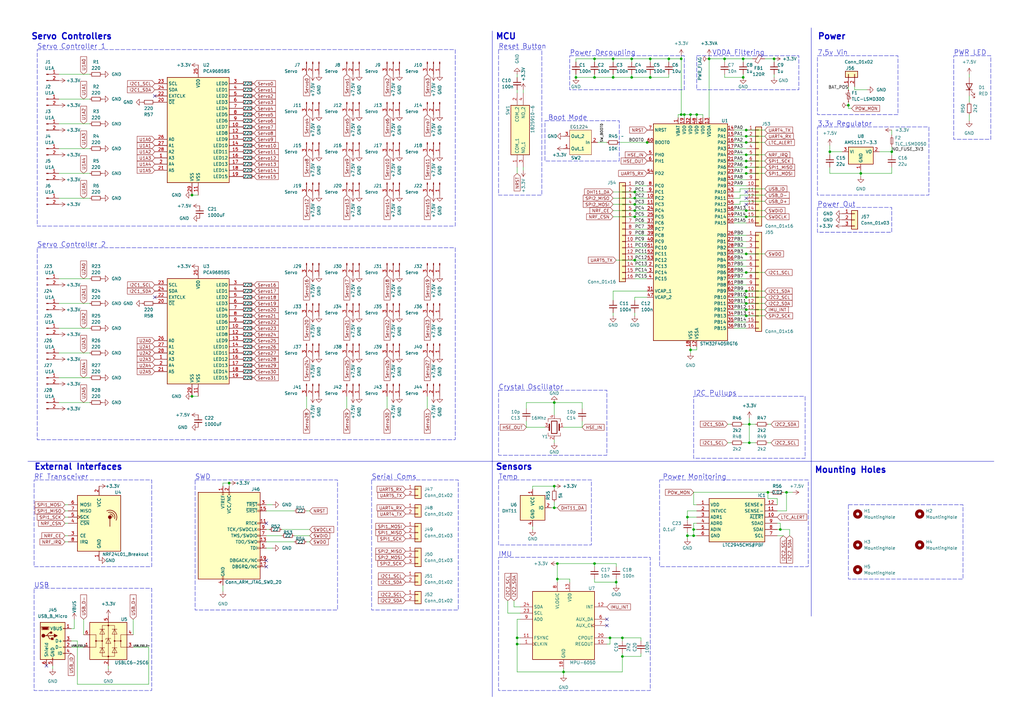
<source format=kicad_sch>
(kicad_sch (version 20230121) (generator eeschema)
  (paper "A3")
  (title_block (title "H.E.X.C.O.R.E v0") (date "2023-11-26"))
  (junction (at 255.27 261.62))
  (junction (at 306.07 71.12))
  (junction (at 228.6 237.49))
  (junction (at 365.76 62.23))
  (junction (at 236.22 31.75))
  (junction (at 243.84 31.75))
  (junction (at 307.34 173.99))
  (junction (at 306.07 119.38))
  (junction (at 284.48 219.71))
  (junction (at 212.09 264.16))
  (junction (at 274.32 24.13))
  (junction (at 306.07 66.04))
  (junction (at 306.07 88.9))
  (junction (at 347.98 43.18))
  (junction (at 227.33 165.1))
  (junction (at 304.8 31.75))
  (junction (at 306.07 121.92))
  (junction (at 260.35 78.74))
  (junction (at 306.07 58.42))
  (junction (at 283.21 46.99))
  (junction (at 281.94 219.71))
  (junction (at 306.07 104.14))
  (junction (at 322.58 201.93))
  (junction (at 260.35 106.68))
  (junction (at 290.83 24.13))
  (junction (at 306.07 55.88))
  (junction (at 281.94 212.09))
  (junction (at 259.08 31.75))
  (junction (at 228.6 231.14))
  (junction (at 78.74 162.56))
  (junction (at 227.33 208.28))
  (junction (at 212.09 261.62))
  (junction (at 93.98 198.12))
  (junction (at 279.4 24.13))
  (junction (at 266.7 24.13))
  (junction (at 252.73 238.76))
  (junction (at 306.07 127))
  (junction (at 227.33 199.39))
  (junction (at 280.67 46.99))
  (junction (at 340.36 62.23))
  (junction (at 306.07 129.54))
  (junction (at 260.35 83.82))
  (junction (at 265.43 58.42))
  (junction (at 231.14 275.59))
  (junction (at 306.07 111.76))
  (junction (at 306.07 124.46))
  (junction (at 283.21 143.51))
  (junction (at 306.07 53.34))
  (junction (at 251.46 31.75))
  (junction (at 285.75 46.99))
  (junction (at 250.19 261.62))
  (junction (at 243.84 24.13))
  (junction (at 320.04 217.17))
  (junction (at 317.5 24.13))
  (junction (at 251.46 24.13))
  (junction (at 260.35 86.36))
  (junction (at 259.08 24.13))
  (junction (at 284.48 217.17))
  (junction (at 314.96 201.93))
  (junction (at 306.07 63.5))
  (junction (at 297.18 24.13))
  (junction (at 306.07 86.36))
  (junction (at 78.74 80.01))
  (junction (at 307.34 181.61))
  (junction (at 304.8 24.13))
  (junction (at 353.06 71.12))
  (junction (at 255.27 269.24))
  (junction (at 279.4 46.99))
  (junction (at 243.84 231.14))
  (junction (at 266.7 31.75))
  (junction (at 260.35 88.9))
  (junction (at 260.35 81.28))
  (junction (at 306.07 68.58))
  (no_connect (at 306.07 83.82))
  (no_connect (at 63.5 121.92))
  (no_connect (at 63.5 39.37))
  (no_connect (at 306.07 81.28))
  (no_connect (at 109.22 232.41))
  (no_connect (at 306.07 78.74))
  (no_connect (at 248.92 256.54))
  (no_connect (at 109.22 229.87))
  (no_connect (at 248.92 254))
  (no_connect (at 109.22 214.63))
  (no_connect (at 19.05 273.05))
  (wire (pts (xy 111.76 207.01) (xy 109.22 207.01)))
  (wire (pts (xy 248.92 264.16) (xy 250.19 264.16)))
  (wire (pts (xy 250.19 261.62) (xy 255.27 261.62)))
  (wire (pts (xy 306.07 99.06) (xy 300.99 99.06)))
  (wire (pts (xy 306.07 68.58) (xy 300.99 68.58)))
  (wire (pts (xy 321.31 201.93) (xy 322.58 201.93)))
  (wire (pts (xy 251.46 78.74) (xy 260.35 78.74)))
  (wire (pts (xy 60.96 280.67) (xy 31.75 280.67)))
  (wire (pts (xy 306.07 101.6) (xy 300.99 101.6)))
  (wire (pts (xy 218.44 199.39) (xy 227.33 199.39)))
  (wire (pts (xy 306.07 119.38) (xy 313.69 119.38)))
  (wire (pts (xy 306.07 132.08) (xy 300.99 132.08)))
  (wire (pts (xy 115.57 217.17) (xy 127 217.17)))
  (wire (pts (xy 297.18 24.13) (xy 297.18 25.4)))
  (wire (pts (xy 365.76 71.12) (xy 353.06 71.12)))
  (wire (pts (xy 284.48 217.17) (xy 284.48 219.71)))
  (wire (pts (xy 260.35 121.92) (xy 260.35 123.19)))
  (wire (pts (xy 347.98 43.18) (xy 347.98 44.45)))
  (wire (pts (xy 214.63 36.83) (xy 214.63 38.1)))
  (wire (pts (xy 236.22 24.13) (xy 243.84 24.13)))
  (wire (pts (xy 285.75 46.99) (xy 285.75 48.26)))
  (wire (pts (xy 223.52 175.26) (xy 215.9 175.26)))
  (wire (pts (xy 120.65 219.71) (xy 127 219.71)))
  (wire (pts (xy 218.44 217.17) (xy 218.44 215.9)))
  (wire (pts (xy 320.04 214.63) (xy 320.04 217.17)))
  (wire (pts (xy 306.07 53.34) (xy 313.69 53.34)))
  (wire (pts (xy 285.75 46.99) (xy 288.29 46.99)))
  (wire (pts (xy 231.14 275.59) (xy 231.14 276.86)))
  (wire (pts (xy 252.73 238.76) (xy 252.73 240.03)))
  (wire (pts (xy 306.07 114.3) (xy 300.99 114.3)))
  (wire (pts (xy 238.76 175.26) (xy 231.14 175.26)))
  (wire (pts (xy 255.27 261.62) (xy 262.89 261.62)))
  (wire (pts (xy 266.7 30.48) (xy 266.7 31.75)))
  (wire (pts (xy 306.07 124.46) (xy 313.69 124.46)))
  (wire (pts (xy 306.07 71.12) (xy 313.69 71.12)))
  (wire (pts (xy 265.43 119.38) (xy 251.46 119.38)))
  (wire (pts (xy 290.83 22.86) (xy 290.83 24.13)))
  (wire (pts (xy 255.27 269.24) (xy 255.27 275.59)))
  (wire (pts (xy 21.59 274.32) (xy 21.59 273.05)))
  (wire (pts (xy 251.46 30.48) (xy 251.46 31.75)))
  (wire (pts (xy 283.21 46.99) (xy 283.21 48.26)))
  (wire (pts (xy 306.07 111.76) (xy 300.99 111.76)))
  (wire (pts (xy 26.67 222.25) (xy 27.94 222.25)))
  (wire (pts (xy 36.83 165.1) (xy 24.13 165.1)))
  (wire (pts (xy 254 58.42) (xy 265.43 58.42)))
  (wire (pts (xy 297.18 31.75) (xy 297.18 30.48)))
  (wire (pts (xy 318.77 207.01) (xy 318.77 204.47)))
  (wire (pts (xy 212.09 261.62) (xy 212.09 264.16)))
  (wire (pts (xy 266.7 24.13) (xy 266.7 25.4)))
  (wire (pts (xy 283.21 142.24) (xy 283.21 143.51)))
  (wire (pts (xy 227.33 199.39) (xy 227.33 200.66)))
  (wire (pts (xy 266.7 24.13) (xy 274.32 24.13)))
  (wire (pts (xy 259.08 31.75) (xy 251.46 31.75)))
  (wire (pts (xy 252.73 231.14) (xy 243.84 231.14)))
  (wire (pts (xy 260.35 109.22) (xy 265.43 109.22)))
  (wire (pts (xy 243.84 24.13) (xy 251.46 24.13)))
  (wire (pts (xy 340.36 59.69) (xy 340.36 62.23)))
  (wire (pts (xy 215.9 165.1) (xy 215.9 167.64)))
  (wire (pts (xy 248.92 261.62) (xy 250.19 261.62)))
  (wire (pts (xy 285.75 214.63) (xy 284.48 214.63)))
  (wire (pts (xy 306.07 109.22) (xy 300.99 109.22)))
  (wire (pts (xy 260.35 101.6) (xy 265.43 101.6)))
  (wire (pts (xy 26.67 209.55) (xy 27.94 209.55)))
  (wire (pts (xy 255.27 275.59) (xy 231.14 275.59)))
  (wire (pts (xy 306.07 121.92) (xy 313.69 121.92)))
  (wire (pts (xy 110.49 217.17) (xy 109.22 217.17)))
  (wire (pts (xy 233.68 237.49) (xy 228.6 237.49)))
  (wire (pts (xy 306.07 66.04) (xy 300.99 66.04)))
  (wire (pts (xy 317.5 30.48) (xy 317.5 31.75)))
  (wire (pts (xy 306.07 58.42) (xy 300.99 58.42)))
  (wire (pts (xy 243.84 231.14) (xy 228.6 231.14)))
  (wire (pts (xy 251.46 86.36) (xy 260.35 86.36)))
  (wire (pts (xy 290.83 24.13) (xy 297.18 24.13)))
  (wire (pts (xy 279.4 24.13) (xy 279.4 46.99)))
  (wire (pts (xy 251.46 31.75) (xy 243.84 31.75)))
  (wire (pts (xy 317.5 24.13) (xy 317.5 25.4)))
  (wire (pts (xy 350.52 36.83) (xy 355.6 36.83)))
  (wire (pts (xy 238.76 165.1) (xy 227.33 165.1)))
  (wire (pts (xy 212.09 264.16) (xy 212.09 275.59)))
  (wire (pts (xy 306.07 134.62) (xy 300.99 134.62)))
  (wire (pts (xy 36.83 134.62) (xy 24.13 134.62)))
  (wire (pts (xy 288.29 46.99) (xy 288.29 48.26)))
  (wire (pts (xy 313.69 24.13) (xy 317.5 24.13)))
  (wire (pts (xy 274.32 24.13) (xy 279.4 24.13)))
  (wire (pts (xy 251.46 24.13) (xy 251.46 25.4)))
  (wire (pts (xy 303.53 78.74) (xy 303.53 77.47)))
  (wire (pts (xy 26.67 219.71) (xy 27.94 219.71)))
  (wire (pts (xy 314.96 201.93) (xy 316.23 201.93)))
  (wire (pts (xy 36.83 50.8) (xy 24.13 50.8)))
  (wire (pts (xy 238.76 172.72) (xy 238.76 175.26)))
  (wire (pts (xy 233.68 238.76) (xy 233.68 237.49)))
  (wire (pts (xy 109.22 219.71) (xy 115.57 219.71)))
  (wire (pts (xy 125.73 222.25) (xy 127 222.25)))
  (wire (pts (xy 304.8 30.48) (xy 304.8 31.75)))
  (wire (pts (xy 284.48 214.63) (xy 284.48 217.17)))
  (wire (pts (xy 340.36 62.23) (xy 345.44 62.23)))
  (wire (pts (xy 236.22 25.4) (xy 236.22 24.13)))
  (wire (pts (xy 307.34 171.45) (xy 307.34 173.99)))
  (wire (pts (xy 260.35 91.44) (xy 265.43 91.44)))
  (wire (pts (xy 306.07 96.52) (xy 300.99 96.52)))
  (wire (pts (xy 397.51 39.37) (xy 397.51 41.91)))
  (wire (pts (xy 298.45 173.99) (xy 299.72 173.99)))
  (wire (pts (xy 34.29 254) (xy 34.29 260.35)))
  (wire (pts (xy 266.7 31.75) (xy 259.08 31.75)))
  (wire (pts (xy 318.77 204.47) (xy 314.96 204.47)))
  (wire (pts (xy 175.26 162.56) (xy 175.26 167.64)))
  (wire (pts (xy 228.6 231.14) (xy 228.6 237.49)))
  (wire (pts (xy 36.83 71.12) (xy 24.13 71.12)))
  (wire (pts (xy 227.33 181.61) (xy 227.33 180.34)))
  (wire (pts (xy 208.28 251.46) (xy 213.36 251.46)))
  (wire (pts (xy 284.48 207.01) (xy 285.75 207.01)))
  (wire (pts (xy 158.75 162.56) (xy 158.75 167.64)))
  (wire (pts (xy 251.46 128.27) (xy 251.46 129.54)))
  (wire (pts (xy 318.77 219.71) (xy 321.31 219.71)))
  (wire (pts (xy 260.35 76.2) (xy 265.43 76.2)))
  (wire (pts (xy 306.07 63.5) (xy 300.99 63.5)))
  (wire (pts (xy 347.98 41.91) (xy 347.98 43.18)))
  (wire (pts (xy 210.82 246.38) (xy 210.82 248.92)))
  (wire (pts (xy 306.07 88.9) (xy 313.69 88.9)))
  (wire (pts (xy 306.07 116.84) (xy 300.99 116.84)))
  (wire (pts (xy 306.07 73.66) (xy 300.99 73.66)))
  (wire (pts (xy 353.06 72.39) (xy 353.06 71.12)))
  (wire (pts (xy 31.75 262.89) (xy 29.21 262.89)))
  (wire (pts (xy 36.83 30.48) (xy 24.13 30.48)))
  (wire (pts (xy 279.4 22.86) (xy 279.4 24.13)))
  (wire (pts (xy 266.7 58.42) (xy 265.43 58.42)))
  (wire (pts (xy 303.53 80.01) (xy 303.53 81.28)))
  (wire (pts (xy 231.14 275.59) (xy 231.14 274.32)))
  (wire (pts (xy 322.58 201.93) (xy 325.12 201.93)))
  (wire (pts (xy 306.07 104.14) (xy 313.69 104.14)))
  (wire (pts (xy 36.83 114.3) (xy 24.13 114.3)))
  (wire (pts (xy 280.67 46.99) (xy 279.4 46.99)))
  (wire (pts (xy 212.09 71.12) (xy 212.09 68.58)))
  (wire (pts (xy 306.07 86.36) (xy 313.69 86.36)))
  (wire (pts (xy 318.77 209.55) (xy 322.58 209.55)))
  (wire (pts (xy 218.44 199.39) (xy 218.44 200.66)))
  (wire (pts (xy 304.8 24.13) (xy 308.61 24.13)))
  (wire (pts (xy 306.07 111.76) (xy 313.69 111.76)))
  (wire (pts (xy 125.73 162.56) (xy 125.73 167.64)))
  (wire (pts (xy 365.76 68.58) (xy 365.76 71.12)))
  (polyline (pts (xy 332.74 11.43) (xy 332.74 187.96)) (stroke (width 0) (type solid)))
  (wire (pts (xy 304.8 181.61) (xy 307.34 181.61)))
  (wire (pts (xy 212.09 261.62) (xy 213.36 261.62)))
  (wire (pts (xy 306.07 55.88) (xy 300.99 55.88)))
  (wire (pts (xy 30.48 257.81) (xy 29.21 257.81)))
  (wire (pts (xy 213.36 254) (xy 212.09 254)))
  (wire (pts (xy 109.22 222.25) (xy 120.65 222.25)))
  (wire (pts (xy 265.43 121.92) (xy 260.35 121.92)))
  (wire (pts (xy 281.94 212.09) (xy 285.75 212.09)))
  (wire (pts (xy 303.53 82.55) (xy 313.69 82.55)))
  (wire (pts (xy 306.07 104.14) (xy 300.99 104.14)))
  (wire (pts (xy 306.07 71.12) (xy 300.99 71.12)))
  (wire (pts (xy 36.83 40.64) (xy 24.13 40.64)))
  (wire (pts (xy 306.07 121.92) (xy 300.99 121.92)))
  (wire (pts (xy 285.75 143.51) (xy 285.75 142.24)))
  (wire (pts (xy 347.98 44.45) (xy 349.25 44.45)))
  (wire (pts (xy 307.34 173.99) (xy 309.88 173.99)))
  (wire (pts (xy 91.44 240.03) (xy 91.44 242.57)))
  (wire (pts (xy 259.08 30.48) (xy 259.08 31.75)))
  (wire (pts (xy 313.69 80.01) (xy 303.53 80.01)))
  (polyline (pts (xy 201.93 189.23) (xy 201.93 285.75)) (stroke (width 0) (type solid)))
  (wire (pts (xy 284.48 201.93) (xy 314.96 201.93)))
  (wire (pts (xy 322.58 209.55) (xy 322.58 201.93)))
  (wire (pts (xy 340.36 62.23) (xy 340.36 63.5)))
  (wire (pts (xy 306.07 68.58) (xy 313.69 68.58)))
  (wire (pts (xy 60.96 265.43) (xy 54.61 265.43)))
  (wire (pts (xy 284.48 201.93) (xy 284.48 207.01)))
  (wire (pts (xy 260.35 83.82) (xy 265.43 83.82)))
  (wire (pts (xy 245.11 58.42) (xy 248.92 58.42)))
  (wire (pts (xy 243.84 231.14) (xy 243.84 232.41)))
  (wire (pts (xy 307.34 181.61) (xy 307.34 173.99)))
  (wire (pts (xy 26.67 214.63) (xy 27.94 214.63)))
  (wire (pts (xy 347.98 35.56) (xy 347.98 36.83)))
  (wire (pts (xy 262.89 269.24) (xy 255.27 269.24)))
  (wire (pts (xy 251.46 81.28) (xy 260.35 81.28)))
  (wire (pts (xy 306.07 63.5) (xy 313.69 63.5)))
  (wire (pts (xy 44.45 274.32) (xy 44.45 273.05)))
  (wire (pts (xy 260.35 93.98) (xy 265.43 93.98)))
  (wire (pts (xy 26.67 207.01) (xy 27.94 207.01)))
  (wire (pts (xy 306.07 60.96) (xy 300.99 60.96)))
  (wire (pts (xy 314.96 173.99) (xy 316.23 173.99)))
  (wire (pts (xy 274.32 31.75) (xy 266.7 31.75)))
  (wire (pts (xy 36.83 154.94) (xy 24.13 154.94)))
  (wire (pts (xy 228.6 208.28) (xy 227.33 208.28)))
  (wire (pts (xy 285.75 46.99) (xy 283.21 46.99)))
  (wire (pts (xy 283.21 143.51) (xy 285.75 143.51)))
  (wire (pts (xy 281.94 213.36) (xy 281.94 212.09)))
  (wire (pts (xy 320.04 217.17) (xy 323.85 217.17)))
  (wire (pts (xy 260.35 86.36) (xy 265.43 86.36)))
  (wire (pts (xy 259.08 24.13) (xy 266.7 24.13)))
  (wire (pts (xy 274.32 24.13) (xy 274.32 25.4)))
  (wire (pts (xy 314.96 204.47) (xy 314.96 201.93)))
  (wire (pts (xy 260.35 114.3) (xy 265.43 114.3)))
  (wire (pts (xy 260.35 111.76) (xy 265.43 111.76)))
  (wire (pts (xy 304.8 173.99) (xy 307.34 173.99)))
  (wire (pts (xy 306.07 76.2) (xy 300.99 76.2)))
  (wire (pts (xy 281.94 209.55) (xy 281.94 212.09)))
  (wire (pts (xy 251.46 24.13) (xy 259.08 24.13)))
  (wire (pts (xy 212.09 275.59) (xy 231.14 275.59)))
  (wire (pts (xy 36.83 81.28) (xy 24.13 81.28)))
  (wire (pts (xy 91.44 198.12) (xy 91.44 199.39)))
  (wire (pts (xy 303.53 83.82) (xy 303.53 82.55)))
  (polyline (pts (xy 201.93 189.23) (xy 407.67 189.23)) (stroke (width 0) (type solid)))
  (wire (pts (xy 78.74 80.01) (xy 81.28 80.01)))
  (wire (pts (xy 297.18 24.13) (xy 304.8 24.13)))
  (polyline (pts (xy 11.43 189.23) (xy 201.93 189.23)) (stroke (width 0) (type solid)))
  (wire (pts (xy 262.89 261.62) (xy 262.89 262.89)))
  (wire (pts (xy 306.07 129.54) (xy 313.69 129.54)))
  (wire (pts (xy 283.21 46.99) (xy 280.67 46.99)))
  (wire (pts (xy 252.73 106.68) (xy 260.35 106.68)))
  (wire (pts (xy 227.33 170.18) (xy 227.33 165.1)))
  (wire (pts (xy 36.83 60.96) (xy 24.13 60.96)))
  (wire (pts (xy 278.13 46.99) (xy 278.13 48.26)))
  (wire (pts (xy 210.82 248.92) (xy 213.36 248.92)))
  (polyline (pts (xy 332.74 187.96) (xy 332.74 252.73)))
  (wire (pts (xy 91.44 198.12) (xy 93.98 198.12)))
  (wire (pts (xy 31.75 280.67) (xy 31.75 262.89)))
  (wire (pts (xy 260.35 128.27) (xy 260.35 129.54)))
  (wire (pts (xy 78.74 162.56) (xy 81.28 162.56)))
  (wire (pts (xy 360.68 62.23) (xy 365.76 62.23)))
  (wire (pts (xy 252.73 232.41) (xy 252.73 231.14)))
  (wire (pts (xy 36.83 124.46) (xy 24.13 124.46)))
  (wire (pts (xy 279.4 46.99) (xy 278.13 46.99)))
  (wire (pts (xy 303.53 78.74) (xy 300.99 78.74)))
  (wire (pts (xy 250.19 264.16) (xy 250.19 261.62)))
  (wire (pts (xy 142.24 162.56) (xy 142.24 167.64)))
  (wire (pts (xy 304.8 31.75) (xy 297.18 31.75)))
  (wire (pts (xy 60.96 265.43) (xy 60.96 280.67)))
  (wire (pts (xy 227.33 208.28) (xy 226.06 208.28)))
  (wire (pts (xy 208.28 246.38) (xy 208.28 251.46)))
  (wire (pts (xy 243.84 237.49) (xy 243.84 238.76)))
  (wire (pts (xy 243.84 24.13) (xy 243.84 25.4)))
  (wire (pts (xy 306.07 53.34) (xy 300.99 53.34)))
  (wire (pts (xy 306.07 91.44) (xy 300.99 91.44)))
  (wire (pts (xy 36.83 144.78) (xy 24.13 144.78)))
  (wire (pts (xy 306.07 119.38) (xy 300.99 119.38)))
  (wire (pts (xy 306.07 55.88) (xy 313.69 55.88)))
  (wire (pts (xy 323.85 217.17) (xy 323.85 219.71)))
  (wire (pts (xy 285.75 209.55) (xy 281.94 209.55)))
  (wire (pts (xy 365.76 53.34) (xy 365.76 55.245)))
  (wire (pts (xy 212.09 36.83) (xy 212.09 38.1)))
  (wire (pts (xy 260.35 96.52) (xy 265.43 96.52)))
  (wire (pts (xy 260.35 104.14) (xy 265.43 104.14)))
  (wire (pts (xy 284.48 217.17) (xy 285.75 217.17)))
  (wire (pts (xy 353.06 71.12) (xy 353.06 69.85)))
  (wire (pts (xy 262.89 267.97) (xy 262.89 269.24)))
  (wire (pts (xy 214.63 69.85) (xy 214.63 68.58)))
  (wire (pts (xy 255.27 261.62) (xy 255.27 262.89)))
  (wire (pts (xy 252.73 238.76) (xy 252.73 237.49)))
  (wire (pts (xy 238.76 167.64) (xy 238.76 165.1)))
  (wire (pts (xy 260.35 106.68) (xy 265.43 106.68)))
  (wire (pts (xy 303.53 77.47) (xy 313.69 77.47)))
  (wire (pts (xy 251.46 83.82) (xy 260.35 83.82)))
  (wire (pts (xy 215.9 175.26) (xy 215.9 172.72)))
  (wire (pts (xy 236.22 31.75) (xy 236.22 30.48)))
  (wire (pts (xy 290.83 24.13) (xy 290.83 48.26)))
  (wire (pts (xy 260.35 99.06) (xy 265.43 99.06)))
  (wire (pts (xy 306.07 86.36) (xy 300.99 86.36)))
  (wire (pts (xy 320.04 217.17) (xy 318.77 217.17)))
  (wire (pts (xy 314.96 181.61) (xy 316.23 181.61)))
  (wire (pts (xy 397.51 46.99) (xy 397.51 49.53)))
  (wire (pts (xy 212.09 254) (xy 212.09 261.62)))
  (wire (pts (xy 243.84 238.76) (xy 252.73 238.76)))
  (wire (pts (xy 26.67 212.09) (xy 27.94 212.09)))
  (wire (pts (xy 283.21 143.51) (xy 283.21 144.78)))
  (wire (pts (xy 306.07 124.46) (xy 300.99 124.46)))
  (wire (pts (xy 260.35 78.74) (xy 265.43 78.74)))
  (wire (pts (xy 127 209.55) (xy 125.73 209.55)))
  (wire (pts (xy 318.77 214.63) (xy 320.04 214.63)))
  (wire (pts (xy 259.08 24.13) (xy 259.08 25.4)))
  (wire (pts (xy 285.75 219.71) (xy 284.48 219.71)))
  (wire (pts (xy 298.45 181.61) (xy 299.72 181.61)))
  (wire (pts (xy 274.32 30.48) (xy 274.32 31.75)))
  (wire (pts (xy 306.07 88.9) (xy 300.99 88.9)))
  (wire (pts (xy 306.07 66.04) (xy 313.69 66.04)))
  (wire (pts (xy 306.07 58.42) (xy 313.69 58.42)))
  (wire (pts (xy 212.09 264.16) (xy 213.36 264.16)))
  (wire (pts (xy 120.65 209.55) (xy 109.22 209.55)))
  (wire (pts (xy 306.07 127) (xy 313.69 127)))
  (wire (pts (xy 243.84 30.48) (xy 243.84 31.75)))
  (wire (pts (xy 350.52 36.83) (xy 350.52 35.56)))
  (wire (pts (xy 306.07 129.54) (xy 300.99 129.54)))
  (wire (pts (xy 280.67 46.99) (xy 280.67 48.26)))
  (wire (pts (xy 260.35 88.9) (xy 265.43 88.9)))
  (wire (pts (xy 397.51 31.75) (xy 397.51 30.48)))
  (wire (pts (xy 303.53 83.82) (xy 300.99 83.82)))
  (wire (pts (xy 309.88 181.61) (xy 307.34 181.61)))
  (wire (pts (xy 340.36 71.12) (xy 353.06 71.12)))
  (wire (pts (xy 303.53 81.28) (xy 300.99 81.28)))
  (wire (pts (xy 340.36 68.58) (xy 340.36 71.12)))
  (wire (pts (xy 251.46 119.38) (xy 251.46 123.19)))
  (wire (pts (xy 306.07 106.68) (xy 300.99 106.68)))
  (wire (pts (xy 228.6 237.49) (xy 228.6 238.76)))
  (wire (pts (xy 212.09 30.48) (xy 212.09 31.75)))
  (wire (pts (xy 281.94 219.71) (xy 281.94 220.98)))
  (wire (pts (xy 365.76 60.325) (xy 365.76 62.23)))
  (wire (pts (xy 54.61 254) (xy 54.61 260.35)))
  (wire (pts (xy 251.46 88.9) (xy 260.35 88.9)))
  (wire (pts (xy 227.33 165.1) (xy 215.9 165.1)))
  (polyline (pts (xy 201.93 12.7) (xy 201.93 189.23)) (stroke (width 0) (type solid)))
  (wire (pts (xy 255.27 269.24) (xy 255.27 267.97)))
  (wire (pts (xy 281.94 219.71) (xy 281.94 218.44)))
  (wire (pts (xy 304.8 24.13) (xy 304.8 25.4)))
  (wire (pts (xy 365.76 62.23) (xy 365.76 63.5)))
  (wire (pts (xy 29.21 265.43) (xy 34.29 265.43)))
  (wire (pts (xy 306.07 127) (xy 300.99 127)))
  (wire (pts (xy 227.33 205.74) (xy 227.33 208.28)))
  (wire (pts (xy 93.98 198.12) (xy 93.98 199.39)))
  (wire (pts (xy 260.35 81.28) (xy 265.43 81.28)))
  (wire (pts (xy 109.22 224.79) (xy 111.76 224.79)))
  (wire (pts (xy 30.48 257.81) (xy 30.48 254)))
  (wire (pts (xy 284.48 219.71) (xy 281.94 219.71)))
  (wire (pts (xy 243.84 31.75) (xy 236.22 31.75)))
  (rectangle (start 80.01 196.85) (end 138.43 250.19) (stroke (width 0) (type dash)))
  (rectangle (start 391.16 22.86) (end 406.4 57.15) (stroke (width 0) (type dash)))
  (rectangle (start 335.28 22.86) (end 368.3 46.99) (stroke (width 0) (type dash)))
  (rectangle (start 204.47 20.32) (end 222.25 80.01) (stroke (width 0) (type dash)))
  (rectangle (start 15.24 20.32) (end 186.69 92.71) (stroke (width 0) (type dash)))
  (rectangle (start 335.28 52.07) (end 381 80.01) (stroke (width 0) (type dash)))
  (rectangle (start 204.47 228.6) (end 266.7 283.21) (stroke (width 0) (type dash)))
  (rectangle (start 284.48 162.56) (end 330.2 187.96) (stroke (width 0) (type dash)))
  (rectangle (start 152.4 196.85) (end 187.96 250.19) (stroke (width 0) (type dash)))
  (rectangle (start 270.51 196.85) (end 331.47 232.41) (stroke (width 0) (type dash)))
  (rectangle (start 285.75 22.86) (end 327.66 36.83) (stroke (width 0) (type dash)))
  (rectangle (start 13.97 241.3) (end 62.23 283.21) (stroke (width 0) (type dash)))
  (rectangle (start 204.47 196.85) (end 242.57 223.52) (stroke (width 0) (type dash)))
  (rectangle (start 233.68 22.86) (end 280.67 36.83) (stroke (width 0) (type dash)))
  (rectangle (start 335.28 85.09) (end 365.76 95.25) (stroke (width 0) (type dash)))
  (rectangle (start 13.97 196.85) (end 62.23 232.41) (stroke (width 0) (type dash)))
  (rectangle (start 347.98 207.01) (end 394.97 237.49) (stroke (width 0) (type dash)))
  (rectangle (start 223.52 49.53) (end 254 66.04) (stroke (width 0) (type dash)))
  (rectangle (start 15.24 101.6) (end 186.69 180.34) (stroke (width 0) (type dash)))
  (rectangle (start 204.47 160.02) (end 248.92 186.69) (stroke (width 0) (type dash)))
  (text "Power Out" (at 335.28 85.09 0) (effects (font (size 2 2)) (justify left bottom)))
  (text "Reset Button" (at 204.47 20.32 0) (effects (font (size 2 2)) (justify left bottom)))
  (text "Boot Mode" (at 224.79 49.53 0) (effects (font (size 2 2)) (justify left bottom)))
  (text "SWD" (at 80.01 196.85 0) (effects (font (size 2 2)) (justify left bottom)))
  (text "RF Transceiver" (at 13.97 196.85 0) (effects (font (size 2 2)) (justify left bottom)))
  (text "I2C Pullups" (at 284.48 162.56 0) (effects (font (size 2 2)) (justify left bottom)))
  (text "Power Monitoring" (at 271.78 196.85 0) (effects (font (size 2 2)) (justify left bottom)))
  (text "Crystal Oscillator" (at 204.47 160.02 0) (effects (font (size 2 2)) (justify left bottom)))
  (text "Sensors" (at 203.2 193.04 0) (effects (font (size 2.5 2.5) (thickness 0.5) bold) (justify left bottom)))
  (text "USB" (at 13.97 241.3 0) (effects (font (size 2 2)) (justify left bottom)))
  (text "3.3v Regulator" (at 335.28 52.07 0) (effects (font (size 2 2)) (justify left bottom)))
  (text "Servo Controllers" (at 12.7 16.51 0) (effects (font (size 2.5 2.5) (thickness 0.5) bold) (justify left bottom)))
  (text "PWR LED" (at 391.16 22.86 0) (effects (font (size 2 2)) (justify left bottom)))
  (text "Temp" (at 204.47 196.85 0) (effects (font (size 2 2)) (justify left bottom)))
  (text "VDDA Filtering" (at 292.1 22.86 0) (effects (font (size 2 2)) (justify left bottom)))
  (text "Servo Controller 1" (at 15.24 20.32 0) (effects (font (size 2 2)) (justify left bottom)))
  (text "Power Decoupling" (at 233.68 22.86 0) (effects (font (size 2 2)) (justify left bottom)))
  (text "Serial Coms" (at 152.4 196.85 0) (effects (font (size 2 2)) (justify left bottom)))
  (text "External Interfaces" (at 13.97 193.04 0) (effects (font (size 2.5 2.5) (thickness 0.5) bold) (justify left bottom)))
  (text "7.5v Vin" (at 335.28 22.86 0) (effects (font (size 2 2)) (justify left bottom)))
  (text "Mounting Holes" (at 334.01 194.31 0) (effects (font (size 2.5 2.5) (thickness 0.5) bold) (justify left bottom)))
  (text "Power" (at 335.28 16.51 0) (effects (font (size 2.5 2.5) (thickness 0.5) bold) (justify left bottom)))
  (text "MCU" (at 203.2 16.51 0) (effects (font (size 2.5 2.5) (thickness 0.5) bold) (justify left bottom)))
  (text "Servo Controller 2" (at 15.24 101.6 0) (effects (font (size 2 2)) (justify left bottom)))
  (text "IMU" (at 204.47 228.6 0) (effects (font (size 2 2)) (justify left bottom)))
  (label "PB5" (at 300.99 109.22 0))
  (label "PC8" (at 260.35 96.52 0))
  (label "PC0" (at 260.35 76.2 0))
  (label "BOOT0" (at 257.81 58.42 0))
  (label "PB13" (at 300.99 129.54 0))
  (label "PB11" (at 300.99 124.46 0))
  (label "PC3" (at 260.35 83.82 0))
  (label "PB15" (at 300.99 134.62 0))
  (label "PC4" (at 260.35 86.36 0))
  (label "PA2" (at 300.99 58.42 0))
  (label "PB1" (at 300.99 99.06 0))
  (label "PA6" (at 300.99 68.58 0))
  (label "PA5" (at 300.99 66.04 0))
  (label "PA4" (at 300.99 63.5 0))
  (label "PC10" (at 260.35 101.6 0))
  (label "PC9" (at 260.35 99.06 0))
  (label "PB14" (at 300.99 132.08 0))
  (label "PA9" (at 300.99 76.2 0))
  (label "PC2" (at 260.35 81.28 0))
  (label "PC15" (at 260.35 114.3 0))
  (label "USB_ESD_D-" (at 29.21 265.43 0) (effects (font (size 0.7 0.7))))
  (label "PB8" (at 300.99 116.84 0))
  (label "PA8" (at 300.99 73.66 0))
  (label "PA13" (at 300.99 86.36 0))
  (label "PA3" (at 300.99 60.96 0))
  (label "PB3" (at 300.99 104.14 0))
  (label "P1A5" (at 300.99 91.44 0))
  (label "PA1" (at 300.99 55.88 0))
  (label "USB_ESD_D+" (at 54.61 265.43 0) (effects (font (size 0.7 0.7))))
  (label "PB7" (at 300.99 114.3 0))
  (label "PC1" (at 260.35 78.74 0))
  (label "PC6" (at 260.35 91.44 0))
  (label "PC5" (at 260.35 88.9 0))
  (label "SW_BOOT0" (at 247.65 58.42 90) (effects (font (size 1 1))))
  (label "PC7" (at 260.35 93.98 0))
  (label "PB4" (at 300.99 106.68 0))
  (label "PC14" (at 260.35 111.76 0))
  (label "PB6" (at 300.99 111.76 0))
  (label "NO_FUSE_3V3" (at 365.76 62.23 0))
  (label "PB9" (at 300.99 119.38 0))
  (label "BAT_POS" (at 347.98 36.83 180))
  (label "PC13" (at 260.35 109.22 0))
  (label "PA14" (at 300.99 88.9 0))
  (label "PB10" (at 300.99 121.92 0))
  (label "PC11" (at 260.35 104.14 0))
  (label "PA7" (at 300.99 71.12 0))
  (label "PC12" (at 260.35 106.68 0))
  (label "PA0" (at 300.99 53.34 0))
  (label "PB2" (at 300.99 101.6 0))
  (label "PB12" (at 300.99 127 0))
  (label "PB0" (at 300.99 96.52 0))
  (global_label "U2A4" (shape input) (at 34.29 154.94 90) (property "Intersheetrefs" "${INTERSHEET_REFS}" (effects hide)))
  (global_label "I2C1_SDA" (shape input) (at 313.69 119.38 0) (property "Intersheetrefs" "${INTERSHEET_REFS}" (effects hide)))
  (global_label "UART5_RX" (shape input) (at 166.37 200.66 180) (property "Intersheetrefs" "${INTERSHEET_REFS}" (effects hide)))
  (global_label "SPI1_MISO" (shape input) (at 26.67 209.55 180) (property "Intersheetrefs" "${INTERSHEET_REFS}" (effects hide)))
  (global_label "Servo6" (shape input) (at 158.75 46.99 270) (property "Intersheetrefs" "${INTERSHEET_REFS}" (effects hide)))
  (global_label "SWDO" (shape input) (at 127 222.25 0) (property "Intersheetrefs" "${INTERSHEET_REFS}" (effects hide)))
  (global_label "Servo19" (shape input) (at 175.26 113.03 270) (property "Intersheetrefs" "${INTERSHEET_REFS}" (effects hide)))
  (global_label "U2A1" (shape input) (at 34.29 124.46 90) (property "Intersheetrefs" "${INTERSHEET_REFS}" (effects hide)))
  (global_label "SWDIO" (shape input) (at 127 219.71 0) (property "Intersheetrefs" "${INTERSHEET_REFS}" (effects hide)))
  (global_label "SPI1_MOSI" (shape input) (at 26.67 207.01 180) (property "Intersheetrefs" "${INTERSHEET_REFS}" (effects hide)))
  (global_label "SPI2_MISO" (shape input) (at 166.37 226.06 180) (property "Intersheetrefs" "${INTERSHEET_REFS}" (effects hide)))
  (global_label "I2C1_SCL" (shape input) (at 63.5 116.84 180) (property "Intersheetrefs" "${INTERSHEET_REFS}" (effects hide)))
  (global_label "UART4_RX" (shape input) (at 166.37 208.28 180) (property "Intersheetrefs" "${INTERSHEET_REFS}" (effects hide)))
  (global_label "U2A0" (shape input) (at 63.5 139.7 180) (property "Intersheetrefs" "${INTERSHEET_REFS}" (effects hide)))
  (global_label "I2C2_SDA" (shape input) (at 316.23 173.99 0) (property "Intersheetrefs" "${INTERSHEET_REFS}" (effects hide)))
  (global_label "HSE_OUT" (shape input) (at 215.9 175.26 180) (property "Intersheetrefs" "${INTERSHEET_REFS}" (effects hide)))
  (global_label "Servo25" (shape input) (at 142.24 146.05 270) (property "Intersheetrefs" "${INTERSHEET_REFS}" (effects hide)))
  (global_label "IMU_INT" (shape input) (at 248.92 248.92 0) (property "Intersheetrefs" "${INTERSHEET_REFS}" (effects hide)))
  (global_label "USB_D+" (shape input) (at 313.69 82.55 0) (property "Intersheetrefs" "${INTERSHEET_REFS}" (effects hide)))
  (global_label "U2A5" (shape input) (at 34.29 165.1 90) (property "Intersheetrefs" "${INTERSHEET_REFS}" (effects hide)))
  (global_label "Servo1" (shape input) (at 142.24 30.48 270) (property "Intersheetrefs" "${INTERSHEET_REFS}" (effects hide)))
  (global_label "HSE_IN" (shape input) (at 265.43 63.5 180) (property "Intersheetrefs" "${INTERSHEET_REFS}" (effects hide)))
  (global_label "Servo14" (shape input) (at 104.14 69.85 0) (property "Intersheetrefs" "${INTERSHEET_REFS}" (effects hide)))
  (global_label "Servo18" (shape input) (at 158.75 113.03 270) (property "Intersheetrefs" "${INTERSHEET_REFS}" (effects hide)))
  (global_label "U1A3" (shape input) (at 63.5 64.77 180) (property "Intersheetrefs" "${INTERSHEET_REFS}" (effects hide)))
  (global_label "Servo27" (shape input) (at 175.26 146.05 270) (property "Intersheetrefs" "${INTERSHEET_REFS}" (effects hide)))
  (global_label "Servo18" (shape input) (at 104.14 121.92 0) (property "Intersheetrefs" "${INTERSHEET_REFS}" (effects hide)))
  (global_label "NRF_CE" (shape input) (at 251.46 86.36 180) (property "Intersheetrefs" "${INTERSHEET_REFS}" (effects hide)))
  (global_label "I2C1_SDA" (shape input) (at 63.5 119.38 180) (property "Intersheetrefs" "${INTERSHEET_REFS}" (effects hide)))
  (global_label "U1A3" (shape input) (at 34.29 60.96 90) (property "Intersheetrefs" "${INTERSHEET_REFS}" (effects hide)))
  (global_label "SPI2_MOSI" (shape input) (at 166.37 228.6 180) (property "Intersheetrefs" "${INTERSHEET_REFS}" (effects hide)))
  (global_label "U2A4" (shape input) (at 63.5 149.86 180) (property "Intersheetrefs" "${INTERSHEET_REFS}" (effects hide)))
  (global_label "Servo8" (shape input) (at 125.73 63.5 270) (property "Intersheetrefs" "${INTERSHEET_REFS}" (effects hide)))
  (global_label "Servo24" (shape input) (at 125.73 146.05 270) (property "Intersheetrefs" "${INTERSHEET_REFS}" (effects hide)))
  (global_label "U2A2" (shape input) (at 63.5 144.78 180) (property "Intersheetrefs" "${INTERSHEET_REFS}" (effects hide)))
  (global_label "NRF_CSN" (shape input) (at 251.46 88.9 180) (property "Intersheetrefs" "${INTERSHEET_REFS}" (effects hide)))
  (global_label "U1A1" (shape input) (at 63.5 59.69 180) (property "Intersheetrefs" "${INTERSHEET_REFS}" (effects hide)))
  (global_label "Servo17" (shape input) (at 104.14 119.38 0) (property "Intersheetrefs" "${INTERSHEET_REFS}" (effects hide)))
  (global_label "NRST" (shape input) (at 212.09 71.12 270) (property "Intersheetrefs" "${INTERSHEET_REFS}" (effects hide)))
  (global_label "Servo28" (shape input) (at 125.73 167.64 270) (property "Intersheetrefs" "${INTERSHEET_REFS}" (effects hide)))
  (global_label "SPI1_MISO" (shape input) (at 313.69 68.58 0) (property "Intersheetrefs" "${INTERSHEET_REFS}" (effects hide)))
  (global_label "U1A2" (shape input) (at 34.29 50.8 90) (property "Intersheetrefs" "${INTERSHEET_REFS}" (effects hide)))
  (global_label "Servo12" (shape input) (at 104.14 64.77 0) (property "Intersheetrefs" "${INTERSHEET_REFS}" (effects hide)))
  (global_label "Servo3" (shape input) (at 175.26 30.48 270) (property "Intersheetrefs" "${INTERSHEET_REFS}" (effects hide)))
  (global_label "Servo27" (shape input) (at 104.14 144.78 0) (property "Intersheetrefs" "${INTERSHEET_REFS}" (effects hide)))
  (global_label "I2C2_SDA" (shape input) (at 210.82 246.38 90) (property "Intersheetrefs" "${INTERSHEET_REFS}" (effects hide)))
  (global_label "NRST" (shape input) (at 127 209.55 0) (property "Intersheetrefs" "${INTERSHEET_REFS}" (effects hide)))
  (global_label "Servo21" (shape input) (at 104.14 129.54 0) (property "Intersheetrefs" "${INTERSHEET_REFS}" (effects hide)))
  (global_label "UART4_TX" (shape input) (at 166.37 210.82 180) (property "Intersheetrefs" "${INTERSHEET_REFS}" (effects hide)))
  (global_label "I2C2_SCL" (shape input) (at 166.37 243.84 180) (property "Intersheetrefs" "${INTERSHEET_REFS}" (effects hide)))
  (global_label "USB_D-" (shape input) (at 34.29 254 90) (property "Intersheetrefs" "${INTERSHEET_REFS}" (effects hide)))
  (global_label "Servo30" (shape input) (at 104.14 152.4 0) (property "Intersheetrefs" "${INTERSHEET_REFS}" (effects hide)))
  (global_label "U1A0" (shape input) (at 34.29 30.48 90) (property "Intersheetrefs" "${INTERSHEET_REFS}" (effects hide)))
  (global_label "Servo16" (shape input) (at 125.73 113.03 270) (property "Intersheetrefs" "${INTERSHEET_REFS}" (effects hide)))
  (global_label "U2A3" (shape input) (at 34.29 144.78 90) (property "Intersheetrefs" "${INTERSHEET_REFS}" (effects hide)))
  (global_label "Servo22" (shape input) (at 104.14 132.08 0) (property "Intersheetrefs" "${INTERSHEET_REFS}" (effects hide)))
  (global_label "Servo28" (shape input) (at 104.14 147.32 0) (property "Intersheetrefs" "${INTERSHEET_REFS}" (effects hide)))
  (global_label "I2C2_SCL" (shape input) (at 208.28 246.38 90) (property "Intersheetrefs" "${INTERSHEET_REFS}" (effects hide)))
  (global_label "I2C2_SDA" (shape input) (at 313.69 124.46 0) (property "Intersheetrefs" "${INTERSHEET_REFS}" (effects hide)))
  (global_label "Servo0" (shape input) (at 104.14 34.29 0) (property "Intersheetrefs" "${INTERSHEET_REFS}" (effects hide)))
  (global_label "NRF_CE" (shape input) (at 26.67 219.71 180) (property "Intersheetrefs" "${INTERSHEET_REFS}" (effects hide)))
  (global_label "Servo0" (shape input) (at 125.73 30.48 270) (property "Intersheetrefs" "${INTERSHEET_REFS}" (effects hide)))
  (global_label "I2C2_SCL" (shape input) (at 321.31 219.71 270) (property "Intersheetrefs" "${INTERSHEET_REFS}" (effects hide)))
  (global_label "U2A0" (shape input) (at 34.29 114.3 90) (property "Intersheetrefs" "${INTERSHEET_REFS}" (effects hide)))
  (global_label "Servo13" (shape input) (at 142.24 80.01 270) (property "Intersheetrefs" "${INTERSHEET_REFS}" (effects hide)))
  (global_label "U1A5" (shape input) (at 34.29 81.28 90) (property "Intersheetrefs" "${INTERSHEET_REFS}" (effects hide)))
  (global_label "Servo6" (shape input) (at 104.14 49.53 0) (property "Intersheetrefs" "${INTERSHEET_REFS}" (effects hide)))
  (global_label "U2A1" (shape input) (at 63.5 142.24 180) (property "Intersheetrefs" "${INTERSHEET_REFS}" (effects hide)))
  (global_label "UART4_RX" (shape input) (at 313.69 55.88 0) (property "Intersheetrefs" "${INTERSHEET_REFS}" (effects hide)))
  (global_label "Servo22" (shape input) (at 158.75 129.54 270) (property "Intersheetrefs" "${INTERSHEET_REFS}" (effects hide)))
  (global_label "Servo31" (shape input) (at 104.14 154.94 0) (property "Intersheetrefs" "${INTERSHEET_REFS}" (effects hide)))
  (global_label "I2C1_SCL" (shape input) (at 63.5 34.29 180) (property "Intersheetrefs" "${INTERSHEET_REFS}" (effects hide)))
  (global_label "NRST" (shape input) (at 265.43 53.34 180) (property "Intersheetrefs" "${INTERSHEET_REFS}" (effects hide)))
  (global_label "Servo29" (shape input) (at 104.14 149.86 0) (property "Intersheetrefs" "${INTERSHEET_REFS}" (effects hide)))
  (global_label "SPI2_MOSI" (shape input) (at 251.46 83.82 180) (property "Intersheetrefs" "${INTERSHEET_REFS}" (effects hide)))
  (global_label "SWDCLK" (shape input) (at 313.69 88.9 0) (property "Intersheetrefs" "${INTERSHEET_REFS}" (effects hide)))
  (global_label "I2C1_SDA" (shape input) (at 63.5 36.83 180) (property "Intersheetrefs" "${INTERSHEET_REFS}" (effects hide)))
  (global_label "LTC_ALERT" (shape input) (at 318.77 212.09 0) (property "Intersheetrefs" "${INTERSHEET_REFS}" (effects hide)))
  (global_label "I2C1_SCL" (shape input) (at 313.69 111.76 0) (property "Intersheetrefs" "${INTERSHEET_REFS}" (effects hide)))
  (global_label "Servo14" (shape input) (at 158.75 80.01 270) (property "Intersheetrefs" "${INTERSHEET_REFS}" (effects hide)))
  (global_label "Servo20" (shape input) (at 104.14 127 0) (property "Intersheetrefs" "${INTERSHEET_REFS}" (effects hide)))
  (global_label "Servo15" (shape input) (at 175.26 80.01 270) (property "Intersheetrefs" "${INTERSHEET_REFS}" (effects hide)))
  (global_label "USB_D-" (shape input) (at 313.69 80.01 0) (property "Intersheetrefs" "${INTERSHEET_REFS}" (effects hide)))
  (global_label "SWDIO" (shape input) (at 313.69 86.36 0) (property "Intersheetrefs" "${INTERSHEET_REFS}" (effects hide)))
  (global_label "Servo20" (shape input) (at 125.73 129.54 270) (property "Intersheetrefs" "${INTERSHEET_REFS}" (effects hide)))
  (global_label "Servo24" (shape input) (at 104.14 137.16 0) (property "Intersheetrefs" "${INTERSHEET_REFS}" (effects hide)))
  (global_label "Servo30" (shape input) (at 158.75 167.64 270) (property "Intersheetrefs" "${INTERSHEET_REFS}" (effects hide)))
  (global_label "Servo25" (shape input) (at 104.14 139.7 0) (property "Intersheetrefs" "${INTERSHEET_REFS}" (effects hide)))
  (global_label "Servo19" (shape input) (at 104.14 124.46 0) (property "Intersheetrefs" "${INTERSHEET_REFS}" (effects hide)))
  (global_label "DHT11_DA" (shape input) (at 228.6 208.28 0) (property "Intersheetrefs" "${INTERSHEET_REFS}" (effects hide)))
  (global_label "SPI2_SCK" (shape input) (at 313.69 129.54 0) (property "Intersheetrefs" "${INTERSHEET_REFS}" (effects hide)))
  (global_label "U2A2" (shape input) (at 34.29 134.62 90) (property "Intersheetrefs" "${INTERSHEET_REFS}" (effects hide)))
  (global_label "U1A4" (shape input) (at 34.29 71.12 90) (property "Intersheetrefs" "${INTERSHEET_REFS}" (effects hide)))
  (global_label "I2C2_SCL" (shape input) (at 313.69 121.92 0) (property "Intersheetrefs" "${INTERSHEET_REFS}" (effects hide)))
  (global_label "Servo31" (shape input) (at 175.26 167.64 270) (property "Intersheetrefs" "${INTERSHEET_REFS}" (effects hide)))
  (global_label "SPI1_SCK" (shape input) (at 313.69 66.04 0) (property "Intersheetrefs" "${INTERSHEET_REFS}" (effects hide)))
  (global_label "Servo2" (shape input) (at 158.75 30.48 270) (property "Intersheetrefs" "${INTERSHEET_REFS}" (effects hide)))
  (global_label "U1A5" (shape input) (at 63.5 69.85 180) (property "Intersheetrefs" "${INTERSHEET_REFS}" (effects hide)))
  (global_label "Servo4" (shape input) (at 125.73 46.99 270) (property "Intersheetrefs" "${INTERSHEET_REFS}" (effects hide)))
  (global_label "Servo9" (shape input) (at 104.14 57.15 0) (property "Intersheetrefs" "${INTERSHEET_REFS}" (effects hide)))
  (global_label "Servo23" (shape input) (at 104.14 134.62 0) (property "Intersheetrefs" "${INTERSHEET_REFS}" (effects hide)))
  (global_label "HSE_OUT" (shape input) (at 265.43 66.04 180) (property "Intersheetrefs" "${INTERSHEET_REFS}" (effects hide)))
  (global_label "Servo26" (shape input) (at 104.14 142.24 0) (property "Intersheetrefs" "${INTERSHEET_REFS}" (effects hide)))
  (global_label "POW_MON" (shape input) (at 284.48 201.93 180) (property "Intersheetrefs" "${INTERSHEET_REFS}" (effects hide)))
  (global_label "Servo7" (shape input) (at 104.14 52.07 0) (property "Intersheetrefs" "${INTERSHEET_REFS}" (effects hide)))
  (global_label "USB_ID" (shape input) (at 29.21 267.97 270) (property "Intersheetrefs" "${INTERSHEET_REFS}" (effects hide)))
  (global_label "I2C1_SDA" (shape input) (at 298.45 173.99 180) (property "Intersheetrefs" "${INTERSHEET_REFS}" (effects hide)))
  (global_label "NRF_IRQ" (shape input) (at 26.67 222.25 180) (property "Intersheetrefs" "${INTERSHEET_REFS}" (effects hide)))
  (global_label "DHT11_DA" (shape input) (at 251.46 78.74 180) (property "Intersheetrefs" "${INTERSHEET_REFS}" (effects hide)))
  (global_label "Servo16" (shape input) (at 104.14 116.84 0) (property "Intersheetrefs" "${INTERSHEET_REFS}" (effects hide)))
  (global_label "Servo15" (shape input) (at 104.14 72.39 0) (property "Intersheetrefs" "${INTERSHEET_REFS}" (effects hide)))
  (global_label "UART5_RX" (shape input) (at 265.43 71.12 180) (property "Intersheetrefs" "${INTERSHEET_REFS}" (effects hide)))
  (global_label "SPI1_SCK" (shape input) (at 166.37 220.98 180) (property "Intersheetrefs" "${INTERSHEET_REFS}" (effects hide)))
  (global_label "Servo13" (shape input) (at 104.14 67.31 0) (property "Intersheetrefs" "${INTERSHEET_REFS}" (effects hide)))
  (global_label "U2A5" (shape input) (at 63.5 152.4 180) (property "Intersheetrefs" "${INTERSHEET_REFS}" (effects hide)))
  (global_label "I2C1_SDA" (shape input) (at 166.37 238.76 180) (property "Intersheetrefs" "${INTERSHEET_REFS}" (effects hide)))
  (global_label "USB_D+" (shape input) (at 54.61 254 90) (property "Intersheetrefs" "${INTERSHEET_REFS}" (effects hide)))
  (global_label "Servo26" (shape input) (at 158.75 146.05 270) (property "Intersheetrefs" "${INTERSHEET_REFS}" (effects hide)))
  (global_label "UART4_TX" (shape input) (at 313.69 53.34 0) (property "Intersheetrefs" "${INTERSHEET_REFS}" (effects hide)))
  (global_label "U1A4" (shape input) (at 63.5 67.31 180) (property "Intersheetrefs" "${INTERSHEET_REFS}" (effects hide)))
  (global_label "Servo3" (shape input) (at 104.14 41.91 0) (property "Intersheetrefs" "${INTERSHEET_REFS}" (effects hide)))
  (global_label "SPI1_MISO" (shape input) (at 166.37 218.44 180) (property "Intersheetrefs" "${INTERSHEET_REFS}" (effects hide)))
  (global_label "Servo2" (shape input) (at 104.14 39.37 0) (property "Intersheetrefs" "${INTERSHEET_REFS}" (effects hide)))
  (global_label "Servo5" (shape input) (at 104.14 46.99 0) (property "Intersheetrefs" "${INTERSHEET_REFS}" (effects hide)))
  (global_label "Servo4" (shape input) (at 104.14 44.45 0) (property "Intersheetrefs" "${INTERSHEET_REFS}" (effects hide)))
  (global_label "I2C2_SCL" (shape input) (at 316.23 181.61 0) (property "Intersheetrefs" "${INTERSHEET_REFS}" (effects hide)))
  (global_label "HSE_IN" (shape input) (at 238.76 175.26 0) (property "Intersheetrefs" "${INTERSHEET_REFS}" (effects hide)))
  (global_label "LTC_ALERT" (shape input) (at 313.69 58.42 0) (property "Intersheetrefs" "${INTERSHEET_REFS}" (effects hide)))
  (global_label "Servo11" (shape input) (at 104.14 62.23 0) (property "Intersheetrefs" "${INTERSHEET_REFS}" (effects hide)))
  (global_label "Servo29" (shape input) (at 142.24 167.64 270) (property "Intersheetrefs" "${INTERSHEET_REFS}" (effects hide)))
  (global_label "SPI1_MOSI" (shape input) (at 313.69 71.12 0) (property "Intersheetrefs" "${INTERSHEET_REFS}" (effects hide)))
  (global_label "NRF_IRQ" (shape input) (at 313.69 63.5 0) (property "Intersheetrefs" "${INTERSHEET_REFS}" (effects hide)))
  (global_label "Servo23" (shape input) (at 175.26 129.54 270) (property "Intersheetrefs" "${INTERSHEET_REFS}" (effects hide)))
  (global_label "NRF_CSN" (shape input) (at 26.67 214.63 180) (property "Intersheetrefs" "${INTERSHEET_REFS}" (effects hide)))
  (global_label "I2C1_SCL" (shape input) (at 166.37 236.22 180) (property "Intersheetrefs" "${INTERSHEET_REFS}" (effects hide)))
  (global_label "UART5_TX" (shape input) (at 252.73 106.68 180) (property "Intersheetrefs" "${INTERSHEET_REFS}" (effects hide)))
  (global_label "SPI2_MISO" (shape input) (at 251.46 81.28 180) (property "Intersheetrefs" "${INTERSHEET_REFS}" (effects hide)))
  (global_label "UART5_TX" (shape input) (at 166.37 203.2 180) (property "Intersheetrefs" "${INTERSHEET_REFS}" (effects hide)))
  (global_label "Servo10" (shape input) (at 158.75 63.5 270) (property "Intersheetrefs" "${INTERSHEET_REFS}" (effects hide)))
  (global_label "POW_MON" (shape input) (at 349.25 44.45 0) (property "Intersheetrefs" "${INTERSHEET_REFS}" (effects hide)))
  (global_label "I2C2_SDA" (shape input) (at 166.37 246.38 180) (property "Intersheetrefs" "${INTERSHEET_REFS}" (effects hide)))
  (global_label "Servo17" (shape input) (at 142.24 113.03 270) (property "Intersheetrefs" "${INTERSHEET_REFS}" (effects hide)))
  (global_label "Servo11" (shape input) (at 175.26 63.5 270) (property "Intersheetrefs" "${INTERSHEET_REFS}" (effects hide)))
  (global_label "SWDCLK" (shape input) (at 127 217.17 0) (property "Intersheetrefs" "${INTERSHEET_REFS}" (effects hide)))
  (global_label "SPI1_SCK" (shape input) (at 26.67 212.09 180) (property "Intersheetrefs" "${INTERSHEET_REFS}" (effects hide)))
  (global_label "Servo5" (shape input) (at 142.24 46.99 270) (property "Intersheetrefs" "${INTERSHEET_REFS}" (effects hide)))
  (global_label "Servo8" (shape input) (at 104.14 54.61 0) (property "Intersheetrefs" "${INTERSHEET_REFS}" (effects hide)))
  (global_label "SWDO" (shape input) (at 313.69 104.14 0) (property "Intersheetrefs" "${INTERSHEET_REFS}" (effects hide)))
  (global_label "Servo1" (shape input) (at 104.14 36.83 0) (property "Intersheetrefs" "${INTERSHEET_REFS}" (effects hide)))
  (global_label "USB_ID" (shape input) (at 313.69 77.47 0) (property "Intersheetrefs" "${INTERSHEET_REFS}" (effects hide)))
  (global_label "SPI2_SCK" (shape input) (at 166.37 231.14 180) (property "Intersheetrefs" "${INTERSHEET_REFS}" (effects hide)))
  (global_label "I2C1_SCL" (shape input) (at 298.45 181.61 180) (property "Intersheetrefs" "${INTERSHEET_REFS}" (effects hide)))
  (global_label "U2A3" (shape input) (at 63.5 147.32 180) (property "Intersheetrefs" "${INTERSHEET_REFS}" (effects hide)))
  (global_label "Servo7" (shape input) (at 175.26 46.99 270) (property "Intersheetrefs" "${INTERSHEET_REFS}" (effects hide)))
  (global_label "SPI1_MOSI" (shape input) (at 166.37 215.9 180) (property "Intersheetrefs" "${INTERSHEET_REFS}" (effects hide)))
  (global_label "U1A1" (shape input) (at 34.29 40.64 90) (property "Intersheetrefs" "${INTERSHEET_REFS}" (effects hide)))
  (global_label "Servo10" (shape input) (at 104.14 59.69 0) (property "Intersheetrefs" "${INTERSHEET_REFS}" (effects hide)))
  (global_label "I2C2_SDA" (shape input) (at 323.85 219.71 270) (property "Intersheetrefs" "${INTERSHEET_REFS}" (effects hide)))
  (global_label "Servo21" (shape input) (at 142.24 129.54 270) (property "Intersheetrefs" "${INTERSHEET_REFS}" (effects hide)))
  (global_label "U1A2" (shape input) (at 63.5 62.23 180) (property "Intersheetrefs" "${INTERSHEET_REFS}" (effects hide)))
  (global_label "Servo12" (shape input) (at 125.73 80.01 270) (property "Intersheetrefs" "${INTERSHEET_REFS}" (effects hide)))
  (global_label "IMU_INT" (shape input) (at 313.69 127 0) (property "Intersheetrefs" "${INTERSHEET_REFS}" (effects hide)))
  (global_label "U1A0" (shape input) (at 63.5 57.15 180) (property "Intersheetrefs" "${INTERSHEET_REFS}" (effects hide)))
  (global_label "Servo9" (shape input) (at 142.24 63.5 270) (property "Intersheetrefs" "${INTERSHEET_REFS}" (effects hide)))
  (symbol (lib_id "power:GND") (at 147.32 146.05 0) (unit 1)
    (property "Reference" "#PWR0163" (effects hide))
    (property "Value" "GND" (at 147.32 152.4 90))
  )
  (symbol (lib_id "Driver_LED:PCA9685BS") (at 81.28 52.07 0) (unit 1)
    (property "Reference" "U2" (at 83.2359 26.67 0) (effects (justify left)))
    (property "Value" "PCA9685BS" (at 83.2359 29.21 0) (effects (justify left)))
    (property "Footprint" "Package_DFN_QFN:QFN-28-1EP_6x6mm_P0.65mm_EP4.25x4.25mm" (effects hide))
    (property "Datasheet" "http://www.nxp.com/documents/data_sheet/PCA9685.pdf" (effects hide))
    (property "LCSC Part" "C5191634" (effects hide))
  )
  (symbol (lib_id "power:+7.5V") (at 81.28 170.18 90) (unit 1)
    (property "Reference" "#PWR011" (effects hide))
    (property "Value" "+7.5V" (at 74.93 170.18 90))
  )
  (symbol (lib_id "Connector:Conn_01x03_Pin") (at 128.27 124.46 270) (unit 1)
    (property "Reference" "J33" (at 121.92 125.73 90))
    (property "Value" "Servo" (at 119.38 128.27 90))
    (property "Footprint" "Connector_PinHeader_2.54mm:PinHeader_1x03_P2.54mm_Vertical" (effects hide))
  )
  (symbol (lib_id "power:+7.5V") (at 144.78 30.48 180) (unit 1)
    (property "Reference" "#PWR0194" (effects hide))
    (property "Value" "+7.5V" (at 144.78 36.83 90))
  )
  (symbol (lib_id "power:GND") (at 252.73 240.03 0) (unit 1)
    (property "Reference" "#PWR0112" (effects hide))
    (property "Value" "GND" (at 252.73 243.84 0))
  )
  (symbol (lib_id "Device:R_Small") (at 101.6 137.16 270) (unit 1)
    (property "Reference" "R37" (effects hide))
    (property "Value" "220" (at 101.6 137.16 90))
    (property "Footprint" "Resistor_SMD:R_0201_0603Metric" (effects hide))
  )
  (symbol (lib_id "power:GND") (at 397.51 49.53 0) (unit 1)
    (property "Reference" "#PWR0120" (effects hide))
    (property "Value" "GND" (at 397.51 54.61 0))
  )
  (symbol (lib_id "power:GND") (at 41.91 50.8 90) (unit 1)
    (property "Reference" "#PWR0199" (effects hide))
    (property "Value" "GND" (at 45.72 50.8 90) (effects (justify right)))
  )
  (symbol (lib_id "Device:C_Small") (at 238.76 170.18 180) (unit 1)
    (property "Reference" "C14" (at 236.22 171.45 0) (effects (justify left)))
    (property "Value" "10p" (at 236.22 168.91 0) (effects (justify left)))
    (property "Footprint" "Capacitor_SMD:C_0201_0603Metric" (effects hide))
  )
  (symbol (lib_id "power:GND") (at 345.44 90.17 270) (unit 1)
    (property "Reference" "#PWR02" (effects hide))
    (property "Value" "GND" (at 341.63 90.17 90) (effects (justify right)))
  )
  (symbol (lib_id "Connector:Conn_01x02_Pin") (at 19.05 50.8 0) (unit 1)
    (property "Reference" "J3" (at 19.685 45.72 0))
    (property "Value" "U1A" (at 20.32 48.26 0))
    (property "Footprint" "Connector_PinHeader_2.54mm:PinHeader_1x02_P2.54mm_Vertical" (effects hide))
  )
  (symbol (lib_id "power:GND") (at 111.76 207.01 90) (unit 1)
    (property "Reference" "#PWR0184" (effects hide))
    (property "Value" "GND" (at 115.57 207.01 90) (effects (justify right)))
  )
  (symbol (lib_id "Connector_Generic:Conn_01x03") (at 171.45 218.44 0) (unit 1)
    (property "Reference" "J49" (at 173.99 217.17 0) (effects (justify left)))
    (property "Value" "Conn_01x03" (at 173.99 219.71 0) (effects (justify left)))
    (property "Footprint" "Connector_PinSocket_2.54mm:PinSocket_1x03_P2.54mm_Vertical" (effects hide))
  )
  (symbol (lib_id "Device:R_Small") (at 101.6 134.62 270) (unit 1)
    (property "Reference" "R36" (effects hide))
    (property "Value" "220" (at 101.6 134.62 90))
    (property "Footprint" "Resistor_SMD:R_0201_0603Metric" (effects hide))
  )
  (symbol (lib_id "Power_Protection:USBLC6-2SC6") (at 44.45 262.89 0) (unit 1)
    (property "Reference" "U5" (at 49.53 254 0) (effects (justify left)))
    (property "Value" "USBLC6-2SC6" (at 46.99 271.78 0) (effects (justify left)))
    (property "Footprint" "Package_TO_SOT_SMD:SOT-23-6" (effects hide))
    (property "Datasheet" "https://www.st.com/resource/en/datasheet/usblc6-2.pdf" (effects hide))
    (property "LCSC Part" "C2687116" (effects hide))
  )
  (symbol (lib_id "Device:Polyfuse_Small") (at 347.98 39.37 180) (unit 1)
    (property "Reference" "F1" (at 349.25 38.1 0) (effects (justify right)))
    (property "Value" "TLC-LSMD300" (at 349.25 40.64 0) (effects (justify right)))
    (property "Footprint" "Fuse:Fuse_2920_7451Metric" (effects hide))
  )
  (symbol (lib_id "power:GND") (at 147.32 162.56 0) (unit 1)
    (property "Reference" "#PWR0151" (effects hide))
    (property "Value" "GND" (at 147.32 168.91 90))
  )
  (symbol (lib_id "power:+7.5V") (at 128.27 146.05 180) (unit 1)
    (property "Reference" "#PWR0160" (effects hide))
    (property "Value" "+7.5V" (at 128.27 152.4 90))
  )
  (symbol (lib_id "Device:LED") (at 397.51 35.56 90) (unit 1)
    (property "Reference" "D1" (at 401.32 35.8775 90) (effects (justify right)))
    (property "Value" "RED" (at 401.32 38.4175 90) (effects (justify right)))
    (property "Footprint" "LED_SMD:LED_0603_1608Metric" (effects hide))
    (property "LCSC Part" "C2286" (effects hide))
  )
  (symbol (lib_id "Connector:Conn_01x02_Pin") (at 19.05 40.64 0) (unit 1)
    (property "Reference" "J2" (at 19.685 35.56 0))
    (property "Value" "U1A" (at 20.32 38.1 0))
    (property "Footprint" "Connector_PinHeader_2.54mm:PinHeader_1x02_P2.54mm_Vertical" (effects hide))
  )
  (symbol (lib_id "Device:R_Small") (at 101.6 154.94 270) (unit 1)
    (property "Reference" "R44" (effects hide))
    (property "Value" "220" (at 101.6 154.94 90))
    (property "Footprint" "Resistor_SMD:R_0201_0603Metric" (effects hide))
  )
  (symbol (lib_id "Connector:Conn_01x03_Pin") (at 144.78 74.93 270) (unit 1)
    (property "Reference" "J20" (at 138.43 76.2 90))
    (property "Value" "Servo" (at 135.89 78.74 90))
    (property "Footprint" "Connector_PinHeader_2.54mm:PinHeader_1x03_P2.54mm_Vertical" (effects hide))
  )
  (symbol (lib_id "Connector:Conn_01x03_Pin") (at 144.78 157.48 270) (unit 1)
    (property "Reference" "J42" (at 138.43 158.75 90))
    (property "Value" "Servo" (at 135.89 161.29 90))
    (property "Footprint" "Connector_PinHeader_2.54mm:PinHeader_1x03_P2.54mm_Vertical" (effects hide))
  )
  (symbol (lib_id "Device:R_Small") (at 39.37 30.48 90) (unit 1)
    (property "Reference" "R1" (at 39.37 25.4 90))
    (property "Value" "220" (at 39.37 27.94 90))
    (property "Footprint" "Resistor_SMD:R_0201_0603Metric" (effects hide))
  )
  (symbol (lib_id "power:+7.5V") (at 81.915 84.455 90) (unit 1)
    (property "Reference" "#PWR09" (effects hide))
    (property "Value" "+7.5V" (at 75.565 84.455 90))
  )
  (symbol (lib_id "power:+7.5V") (at 161.29 129.54 180) (unit 1)
    (property "Reference" "#PWR0140" (effects hide))
    (property "Value" "+7.5V" (at 161.29 135.89 90))
  )
  (symbol (lib_id "Connector:Conn_01x03_Pin") (at 161.29 157.48 270) (unit 1)
    (property "Reference" "J43" (at 154.94 158.75 90))
    (property "Value" "Servo" (at 152.4 161.29 90))
    (property "Footprint" "Connector_PinHeader_2.54mm:PinHeader_1x03_P2.54mm_Vertical" (effects hide))
  )
  (symbol (lib_id "Connector_Generic:Conn_01x02") (at 171.45 208.28 0) (unit 1)
    (property "Reference" "J48" (at 173.99 208.28 0) (effects (justify left)))
    (property "Value" "Conn_01x02" (at 173.99 210.82 0) (effects (justify left)))
    (property "Footprint" "Connector_PinSocket_2.54mm:PinSocket_1x02_P2.54mm_Vertical" (effects hide))
  )
  (symbol (lib_id "power:+3.3V") (at 214.63 69.85 180) (unit 1)
    (property "Reference" "#PWR0107" (effects hide))
    (property "Value" "+3.3V" (at 214.63 76.2 90))
  )
  (symbol (lib_id "power:+7.5V") (at 177.8 46.99 180) (unit 1)
    (property "Reference" "#PWR0212" (effects hide))
    (property "Value" "+7.5V" (at 177.8 53.34 90))
  )
  (symbol (lib_id "Connector:Conn_01x03_Pin") (at 161.29 74.93 270) (unit 1)
    (property "Reference" "J21" (at 154.94 76.2 90))
    (property "Value" "Servo" (at 152.4 78.74 90))
    (property "Footprint" "Connector_PinHeader_2.54mm:PinHeader_1x03_P2.54mm_Vertical" (effects hide))
  )
  (symbol (lib_id "power:+3.3V") (at 24.13 83.82 270) (unit 1)
    (property "Reference" "#PWR0229" (effects hide))
    (property "Value" "+3.3V" (at 33.02 83.82 90) (effects (justify right)))
  )
  (symbol (lib_id "Device:R_Small") (at 113.03 217.17 270) (unit 1)
    (property "Reference" "R52" (at 113.03 215.9 90))
    (property "Value" "22" (at 113.03 217.17 90))
    (property "Footprint" "Resistor_SMD:R_0201_0603Metric" (effects hide))
  )
  (symbol (lib_id "Connector:Conn_01x03_Pin") (at 128.27 157.48 270) (unit 1)
    (property "Reference" "J41" (at 121.92 158.75 90))
    (property "Value" "Servo" (at 119.38 161.29 90))
    (property "Footprint" "Connector_PinHeader_2.54mm:PinHeader_1x03_P2.54mm_Vertical" (effects hide))
  )
  (symbol (lib_id "power:GND") (at 180.34 113.03 0) (unit 1)
    (property "Reference" "#PWR0157" (effects hide))
    (property "Value" "GND" (at 180.34 119.38 90))
  )
  (symbol (lib_id "Connector:Conn_01x02_Pin") (at 19.05 71.12 0) (unit 1)
    (property "Reference" "J5" (at 19.685 66.04 0))
    (property "Value" "U1A" (at 20.32 68.58 0))
    (property "Footprint" "Connector_PinHeader_2.54mm:PinHeader_1x02_P2.54mm_Vertical" (effects hide))
  )
  (symbol (lib_id "Device:R_Small") (at 101.6 36.83 270) (unit 1)
    (property "Reference" "R8" (effects hide))
    (property "Value" "220" (at 101.6 36.83 90))
    (property "Footprint" "Resistor_SMD:R_0201_0603Metric" (effects hide))
  )
  (symbol (lib_id "power:+7.5V") (at 177.8 129.54 180) (unit 1)
    (property "Reference" "#PWR0138" (effects hide))
    (property "Value" "+7.5V" (at 177.8 135.89 90))
  )
  (symbol (lib_id "power:+3.3V") (at 231.14 60.96 90) (unit 1)
    (property "Reference" "#PWR0110" (effects hide))
    (property "Value" "+3.3V" (at 232.41 63.5 90) (effects (justify left)))
  )
  (symbol (lib_id "Device:FerriteBead_Small") (at 311.15 24.13 90) (unit 1)
    (property "Reference" "FB1" (at 311.15 27.94 90))
    (property "Value" "120R" (at 311.15 30.48 90))
    (property "Footprint" "Inductor_SMD:L_0603_1608Metric" (effects hide))
  )
  (symbol (lib_id "power:GND") (at 130.81 162.56 0) (unit 1)
    (property "Reference" "#PWR0168" (effects hide))
    (property "Value" "GND" (at 130.81 168.91 90))
  )
  (symbol (lib_id "power:+3.3VA") (at 290.83 22.86 0) (unit 1)
    (property "Reference" "#PWR0126" (effects hide))
    (property "Value" "+3.3VA" (at 290.83 17.78 0))
  )
  (symbol (lib_id "power:GND") (at 81.28 175.26 270) (unit 1)
    (property "Reference" "#PWR012" (effects hide))
    (property "Value" "GND" (at 74.93 175.26 90))
  )
  (symbol (lib_id "power:GND") (at 180.34 146.05 0) (unit 1)
    (property "Reference" "#PWR0142" (effects hide))
    (property "Value" "GND" (at 180.34 152.4 90))
  )
  (symbol (lib_id "MCU_ST_STM32F4:STM32F405RGTx") (at 283.21 96.52 0) (unit 1)
    (property "Reference" "U1" (at 295.91 49.53 0) (effects (justify left)))
    (property "Value" "STM32F405RGT6" (at 287.02 140.97 0) (effects (justify left)))
    (property "Footprint" "Package_QFP:LQFP-64_10x10mm_P0.5mm" (effects hide))
    (property "Datasheet" "https://www.st.com/resource/en/datasheet/stm32f405rg.pdf" (effects hide))
    (property "LCSC Part" "C15742" (effects hide))
  )
  (symbol (lib_id "power:GND") (at 147.32 63.5 0) (unit 1)
    (property "Reference" "#PWR0222" (effects hide))
    (property "Value" "GND" (at 147.32 69.85 90))
  )
  (symbol (lib_id "Device:R_Small") (at 39.37 60.96 90) (unit 1)
    (property "Reference" "R4" (at 39.37 55.88 90))
    (property "Value" "220" (at 39.37 58.42 90))
    (property "Footprint" "Resistor_SMD:R_0201_0603Metric" (effects hide))
  )
  (symbol (lib_id "Device:R_Small") (at 101.6 152.4 270) (unit 1)
    (property "Reference" "R43" (effects hide))
    (property "Value" "220" (at 101.6 152.4 90))
    (property "Footprint" "Resistor_SMD:R_0201_0603Metric" (effects hide))
  )
  (symbol (lib_id "power:GND") (at 44.45 274.32 0) (unit 1)
    (property "Reference" "#PWR0180" (effects hide))
    (property "Value" "GND" (at 44.45 279.4 0))
  )
  (symbol (lib_id "Connector:Conn_01x02_Pin") (at 19.05 165.1 0) (unit 1)
    (property "Reference" "J28" (at 19.685 160.02 0))
    (property "Value" "U1A" (at 20.32 162.56 0))
    (property "Footprint" "Connector_PinHeader_2.54mm:PinHeader_1x02_P2.54mm_Vertical" (effects hide))
  )
  (symbol (lib_id "power:+3.3V") (at 81.28 109.22 90) (unit 1)
    (property "Reference" "#PWR0174" (effects hide))
    (property "Value" "+3.3V" (at 72.39 109.22 90) (effects (justify right)))
  )
  (symbol (lib_id "power:GND") (at 41.91 40.64 90) (unit 1)
    (property "Reference" "#PWR0200" (effects hide))
    (property "Value" "GND" (at 45.72 40.64 90) (effects (justify right)))
  )
  (symbol (lib_id "power:GND") (at 260.35 129.54 0) (unit 1)
    (property "Reference" "#PWR0117" (effects hide))
    (property "Value" "GND" (at 260.35 133.35 0))
  )
  (symbol (lib_id "power:+7.5V") (at 128.27 129.54 180) (unit 1)
    (property "Reference" "#PWR0159" (effects hide))
    (property "Value" "+7.5V" (at 128.27 135.89 90))
  )
  (symbol (lib_id "power:+3.3V") (at 24.13 63.5 270) (unit 1)
    (property "Reference" "#PWR0201" (effects hide))
    (property "Value" "+3.3V" (at 33.02 63.5 90) (effects (justify right)))
  )
  (symbol (lib_id "power:GND") (at 212.09 30.48 180) (unit 1)
    (property "Reference" "#PWR0109" (effects hide))
    (property "Value" "GND" (at 212.09 24.13 90))
  )
  (symbol (lib_id "power:+3.3V") (at 24.13 167.64 270) (unit 1)
    (property "Reference" "#PWR0173" (effects hide))
    (property "Value" "+3.3V" (at 33.02 167.64 90) (effects (justify right)))
  )
  (symbol (lib_id "power:GND") (at 281.94 220.98 0) (unit 1)
    (property "Reference" "#PWR07" (effects hide))
    (property "Value" "GND" (at 281.94 224.79 0))
  )
  (symbol (lib_id "power:+7.5V") (at 128.27 162.56 180) (unit 1)
    (property "Reference" "#PWR0166" (effects hide))
    (property "Value" "+7.5V" (at 128.27 168.91 90))
  )
  (symbol (lib_id "power:+3.3V") (at 24.13 157.48 270) (unit 1)
    (property "Reference" "#PWR0171" (effects hide))
    (property "Value" "+3.3V" (at 33.02 157.48 90) (effects (justify right)))
  )
  (symbol (lib_id "power:GND") (at 41.91 134.62 90) (unit 1)
    (property "Reference" "#PWR0133" (effects hide))
    (property "Value" "GND" (at 45.72 134.62 90) (effects (justify right)))
  )
  (symbol (lib_id "Connector:Conn_01x03_Pin") (at 144.78 107.95 270) (unit 1)
    (property "Reference" "J30" (at 138.43 109.22 90))
    (property "Value" "Servo" (at 135.89 111.76 90))
    (property "Footprint" "Connector_PinHeader_2.54mm:PinHeader_1x03_P2.54mm_Vertical" (effects hide))
  )
  (symbol (lib_id "power:GND") (at 78.74 162.56 270) (unit 1)
    (property "Reference" "#PWR0170" (effects hide))
    (property "Value" "GND" (at 72.39 162.56 90))
  )
  (symbol (lib_id "power:+3.3V") (at 24.13 43.18 270) (unit 1)
    (property "Reference" "#PWR0202" (effects hide))
    (property "Value" "+3.3V" (at 33.02 43.18 90) (effects (justify right)))
  )
  (symbol (lib_id "power:GND") (at 130.81 129.54 0) (unit 1)
    (property "Reference" "#PWR0158" (effects hide))
    (property "Value" "GND" (at 130.81 135.89 90))
  )
  (symbol (lib_id "Connector:Conn_ARM_JTAG_SWD_20") (at 93.98 219.71 0) (unit 1)
    (property "Reference" "J46" (at 106.68 200.66 0) (effects (justify right)))
    (property "Value" "Conn_ARM_JTAG_SWD_20" (at 115.57 238.76 0) (effects (justify right)))
    (property "Footprint" "Connector_IDC:IDC-Header_2x10_P2.54mm_Vertical" (effects hide))
    (property "Datasheet" "http://infocenter.arm.com/help/topic/com.arm.doc.dui0499b/DUI0499B_system_design_reference.pdf" (effects hide))
  )
  (symbol (lib_id "Device:Fuse_Small") (at 365.76 57.785 90) (unit 1)
    (property "Reference" "F2" (at 367.03 56.515 90) (effects (justify right)))
    (property "Value" "TLC_LSMD050" (at 367.03 59.055 90) (effects (justify right)))
    (property "Footprint" "Fuse:Fuse_2920_7451Metric" (effects hide))
  )
  (symbol (lib_id "Device:C_Small") (at 297.18 27.94 0) (unit 1)
    (property "Reference" "C7" (at 298.45 26.67 0) (effects (justify left)))
    (property "Value" "10n" (at 298.45 29.21 0) (effects (justify left)))
    (property "Footprint" "Capacitor_SMD:C_0402_1005Metric" (effects hide))
  )
  (symbol (lib_id "Mechanical:MountingHole") (at 377.19 210.82 0) (unit 1)
    (property "Reference" "H2" (at 379.73 209.55 0) (effects (justify left)))
    (property "Value" "MountingHole" (at 379.73 212.09 0) (effects (justify left)))
    (property "Footprint" "MountingHole:MountingHole_2.2mm_M2_Pad" (effects hide))
  )
  (symbol (lib_id "Connector_Generic:Conn_01x16") (at 311.15 114.3 0) (unit 1)
    (property "Reference" "J55" (at 313.69 95.25 0) (effects (justify left)))
    (property "Value" "Conn_01x16" (at 313.69 135.89 0) (effects (justify left)))
    (property "Footprint" "Connector_PinSocket_2.54mm:PinSocket_1x16_P2.54mm_Vertical" (effects hide))
  )
  (symbol (lib_id "Device:R_Small") (at 123.19 209.55 270) (unit 1)
    (property "Reference" "R51" (at 123.19 208.28 90))
    (property "Value" "22" (at 123.19 209.55 90))
    (property "Footprint" "Resistor_SMD:R_0201_0603Metric" (effects hide))
  )
  (symbol (lib_id "power:+7.5V") (at 128.27 80.01 180) (unit 1)
    (property "Reference" "#PWR0217" (effects hide))
    (property "Value" "+7.5V" (at 128.27 86.36 90))
  )
  (symbol (lib_id "power:+7.5V") (at 177.8 146.05 180) (unit 1)
    (property "Reference" "#PWR0143" (effects hide))
    (property "Value" "+7.5V" (at 177.8 152.4 90))
  )
  (symbol (lib_id "Device:C_Small") (at 81.28 172.72 0) (unit 1)
    (property "Reference" "C22" (at 83.82 171.4563 0) (effects (justify left)))
    (property "Value" "1000uF" (at 83.82 173.9963 0) (effects (justify left)))
    (property "Footprint" "Capacitor_SMD:C_Elec_10x10.2" (effects hide))
  )
  (symbol (lib_id "power:+3.3V") (at 214.63 36.83 0) (unit 1)
    (property "Reference" "#PWR0108" (effects hide))
    (property "Value" "+3.3V" (at 214.63 30.48 90))
  )
  (symbol (lib_id "1825910-6:1825910-6") (at 212.09 68.58 90) (unit 1)
    (property "Reference" "SW1" (at 208.28 43.18 0) (effects (justify right)))
    (property "Value" "1825910-6" (at 218.44 43.18 0) (effects (justify right)))
    (property "Footprint" "#Custom Stuff:18259106" (effects hide))
    (property "Datasheet" "https://www.te.com/commerce/DocumentDelivery/DDEController?Action=srchrtrv&DocNm=1825910&DocType=Customer+Drawing&DocLang=English&DocFormat=pdf&PartCntxt=1825910-6" (effects hide))
    (property "Height" "5.3" (effects hide))
    (property "Manufacturer_Name" "TE Connectivity" (effects hide))
    (property "Manufacturer_Part_Number" "1825910-6" (effects hide))
    (property "Mouser Part Number" "N/A" (effects hide))
    (property "Mouser Price/Stock" "https://www.mouser.co.uk/ProductDetail/TE-Connectivity/1825910-6?qs=A6cQTCBcXncisYDS1KbpGA%3D%3D" (effects hide))
    (property "Arrow Part Number" "1825910-6" (effects hide))
    (property "Arrow Price/Stock" "https://www.arrow.com/en/products/1825910-6/te-connectivity?region=europe" (effects hide))
    (property "LCSC Part" "C428628" (effects hide))
  )
  (symbol (lib_id "power:GND") (at 130.81 46.99 0) (unit 1)
    (property "Reference" "#PWR0190" (effects hide))
    (property "Value" "GND" (at 130.81 53.34 90))
  )
  (symbol (lib_id "Connector:Conn_01x03_Pin") (at 161.29 58.42 270) (unit 1)
    (property "Reference" "J17" (at 154.94 59.69 90))
    (property "Value" "Servo" (at 152.4 62.23 90))
    (property "Footprint" "Connector_PinHeader_2.54mm:PinHeader_1x03_P2.54mm_Vertical" (effects hide))
  )
  (symbol (lib_id "Connector_Generic:Conn_01x02") (at 171.45 200.66 0) (unit 1)
    (property "Reference" "J47" (at 173.99 200.66 0) (effects (justify left)))
    (property "Value" "Conn_01x02" (at 173.99 203.2 0) (effects (justify left)))
    (property "Footprint" "Connector_PinSocket_2.54mm:PinSocket_1x02_P2.54mm_Vertical" (effects hide))
  )
  (symbol (lib_id "power:GND") (at 130.81 30.48 0) (unit 1)
    (property "Reference" "#PWR0195" (effects hide))
    (property "Value" "GND" (at 130.81 36.83 90))
  )
  (symbol (lib_id "power:GND") (at 163.83 30.48 0) (unit 1)
    (property "Reference" "#PWR0187" (effects hide))
    (property "Value" "GND" (at 163.83 36.83 90))
  )
  (symbol (lib_id "power:GND") (at 41.91 114.3 90) (unit 1)
    (property "Reference" "#PWR0131" (effects hide))
    (property "Value" "GND" (at 45.72 114.3 90) (effects (justify right)))
  )
  (symbol (lib_id "Device:C_Small") (at 251.46 27.94 0) (unit 1)
    (property "Reference" "C3" (at 252.73 26.67 0) (effects (justify left)))
    (property "Value" "100n" (at 252.73 29.21 0) (effects (justify left)))
    (property "Footprint" "Capacitor_SMD:C_0402_1005Metric" (effects hide))
  )
  (symbol (lib_id "Connector_Generic:Conn_01x16") (at 311.15 71.12 0) (unit 1)
    (property "Reference" "J53" (at 312.42 50.8 0) (effects (justify left)))
    (property "Value" "Conn_01x16" (at 313.69 92.71 0) (effects (justify left)))
    (property "Footprint" "Connector_PinSocket_2.54mm:PinSocket_1x16_P2.54mm_Vertical" (effects hide))
  )
  (symbol (lib_id "power:GND") (at 180.34 46.99 0) (unit 1)
    (property "Reference" "#PWR0213" (effects hide))
    (property "Value" "GND" (at 180.34 53.34 90))
  )
  (symbol (lib_id "Device:R_Small") (at 101.6 139.7 270) (unit 1)
    (property "Reference" "R38" (effects hide))
    (property "Value" "220" (at 101.6 139.7 90))
    (property "Footprint" "Resistor_SMD:R_0201_0603Metric" (effects hide))
  )
  (symbol (lib_id "Device:C_Small") (at 281.94 215.9 180) (unit 1)
    (property "Reference" "C23" (at 275.59 214.63 0) (effects (justify right)))
    (property "Value" "0.1uF" (at 271.78 217.17 0) (effects (justify right)))
    (property "Footprint" "Capacitor_SMD:C_0201_0603Metric" (effects hide))
  )
  (symbol (lib_id "power:+3.3V") (at 227.33 199.39 270) (unit 1)
    (property "Reference" "#PWR0116" (effects hide))
    (property "Value" "+3.3V" (at 233.68 199.39 90))
  )
  (symbol (lib_id "Device:R_Small") (at 312.42 173.99 90) (unit 1)
    (property "Reference" "R47" (at 312.42 171.45 90))
    (property "Value" "2k2" (at 312.42 176.53 90))
    (property "Footprint" "Resistor_SMD:R_0402_1005Metric" (effects hide))
  )
  (symbol (lib_id "Connector:Conn_01x03_Pin") (at 161.29 25.4 270) (unit 1)
    (property "Reference" "J9" (at 154.94 26.67 90))
    (property "Value" "Servo" (at 152.4 29.21 90))
    (property "Footprint" "Connector_PinHeader_2.54mm:PinHeader_1x03_P2.54mm_Vertical" (effects hide))
  )
  (symbol (lib_id "power:GND") (at 163.83 80.01 0) (unit 1)
    (property "Reference" "#PWR0208" (effects hide))
    (property "Value" "GND" (at 163.83 86.36 90))
  )
  (symbol (lib_id "power:GND") (at 180.34 30.48 0) (unit 1)
    (property "Reference" "#PWR0228" (effects hide))
    (property "Value" "GND" (at 180.34 36.83 90))
  )
  (symbol (lib_id "Device:R_Small") (at 101.6 119.38 270) (unit 1)
    (property "Reference" "R30" (effects hide))
    (property "Value" "220" (at 101.6 119.38 90))
    (property "Footprint" "Resistor_SMD:R_0201_0603Metric" (effects hide))
  )
  (symbol (lib_id "Device:C_Small") (at 251.46 125.73 0) (unit 1)
    (property "Reference" "C11" (at 254 124.46 0) (effects (justify left)))
    (property "Value" "100n" (at 254 127 0) (effects (justify left)))
    (property "Footprint" "Capacitor_SMD:C_0402_1005Metric" (effects hide))
  )
  (symbol (lib_id "Connector:USB_B_Micro") (at 21.59 262.89 0) (unit 1)
    (property "Reference" "J45" (at 21.59 250.19 0))
    (property "Value" "USB_B_Micro" (at 21.59 252.73 0))
    (property "Footprint" "#Custom Stuff:MICROXNJ" (effects hide))
    (property "LCSC Part" "C404969" (effects hide))
  )
  (symbol (lib_id "power:+3.3V") (at 81.28 26.67 90) (unit 1)
    (property "Reference" "#PWR0231" (effects hide))
    (property "Value" "+3.3V" (at 72.39 26.67 90) (effects (justify right)))
  )
  (symbol (lib_id "Connector:Conn_01x02_Pin") (at 19.05 144.78 0) (unit 1)
    (property "Reference" "J26" (at 19.685 139.7 0))
    (property "Value" "U1A" (at 20.32 142.24 0))
    (property "Footprint" "Connector_PinHeader_2.54mm:PinHeader_1x02_P2.54mm_Vertical" (effects hide))
  )
  (symbol (lib_id "power:GND") (at 345.44 87.63 270) (unit 1)
    (property "Reference" "#PWR01" (effects hide))
    (property "Value" "GND" (at 341.63 87.63 90) (effects (justify right)))
  )
  (symbol (lib_id "power:+7.5V") (at 161.29 146.05 180) (unit 1)
    (property "Reference" "#PWR0152" (effects hide))
    (property "Value" "+7.5V" (at 161.29 152.4 90))
  )
  (symbol (lib_id "power:+7.5V") (at 144.78 80.01 180) (unit 1)
    (property "Reference" "#PWR0215" (effects hide))
    (property "Value" "+7.5V" (at 144.78 86.36 90))
  )
  (symbol (lib_id "power:+3.3V") (at 317.5 24.13 270) (unit 1)
    (property "Reference" "#PWR0129" (effects hide))
    (property "Value" "+3.3V" (at 323.85 24.13 90))
  )
  (symbol (lib_id "power:+3.3V") (at 307.34 171.45 0) (unit 1)
    (property "Reference" "#PWR0101" (effects hide))
    (property "Value" "+3.3V" (at 307.34 166.37 0))
  )
  (symbol (lib_id "Device:R_Small") (at 101.6 52.07 270) (unit 1)
    (property "Reference" "R14" (effects hide))
    (property "Value" "220" (at 101.6 52.07 90))
    (property "Footprint" "Resistor_SMD:R_0201_0603Metric" (effects hide))
  )
  (symbol (lib_id "Device:R_Small") (at 101.6 59.69 270) (unit 1)
    (property "Reference" "R17" (effects hide))
    (property "Value" "220" (at 101.6 59.69 90))
    (property "Footprint" "Resistor_SMD:R_0201_0603Metric" (effects hide))
  )
  (symbol (lib_id "power:GND") (at 147.32 30.48 0) (unit 1)
    (property "Reference" "#PWR0192" (effects hide))
    (property "Value" "GND" (at 147.32 36.83 90))
  )
  (symbol (lib_id "Connector_Generic:Conn_01x16") (at 255.27 93.98 0) (mirror y) (unit 1)
    (property "Reference" "J54" (at 252.73 74.93 0) (effects (justify left)))
    (property "Value" "Conn_01x16" (at 252.73 115.57 0) (effects (justify left)))
    (property "Footprint" "Connector_PinSocket_2.54mm:PinSocket_1x16_P2.54mm_Vertical" (effects hide))
  )
  (symbol (lib_id "Device:R_Small") (at 39.37 50.8 90) (unit 1)
    (property "Reference" "R3" (at 39.37 45.72 90))
    (property "Value" "220" (at 39.37 48.26 90))
    (property "Footprint" "Resistor_SMD:R_0201_0603Metric" (effects hide))
  )
  (symbol (lib_id "Device:R_Small") (at 101.6 41.91 270) (unit 1)
    (property "Reference" "R10" (effects hide))
    (property "Value" "220" (at 101.6 41.91 90))
    (property "Footprint" "Resistor_SMD:R_0201_0603Metric" (effects hide))
  )
  (symbol (lib_id "Connector:Conn_01x03_Pin") (at 128.27 140.97 270) (unit 1)
    (property "Reference" "J37" (at 121.92 142.24 90))
    (property "Value" "Servo" (at 119.38 144.78 90))
    (property "Footprint" "Connector_PinHeader_2.54mm:PinHeader_1x03_P2.54mm_Vertical" (effects hide))
  )
  (symbol (lib_id "power:+7.5V") (at 340.36 59.69 0) (unit 1)
    (property "Reference" "#PWR0123" (effects hide))
    (property "Value" "+7.5V" (at 340.36 54.61 0))
  )
  (symbol (lib_id "Driver_LED:PCA9685BS") (at 81.28 134.62 0) (unit 1)
    (property "Reference" "U3" (at 83.2359 109.22 0) (effects (justify left)))
    (property "Value" "PCA9685BS" (at 83.2359 111.76 0) (effects (justify left)))
    (property "Footprint" "Package_DFN_QFN:QFN-28-1EP_6x6mm_P0.65mm_EP4.25x4.25mm" (effects hide))
    (property "Datasheet" "http://www.nxp.com/documents/data_sheet/PCA9685.pdf" (effects hide))
    (property "LCSC Part" "C5191634" (effects hide))
  )
  (symbol (lib_id "Device:R_Small") (at 39.37 134.62 90) (unit 1)
    (property "Reference" "R25" (at 39.37 129.54 90))
    (property "Value" "220" (at 39.37 132.08 90))
    (property "Footprint" "Resistor_SMD:R_0201_0603Metric" (effects hide))
  )
  (symbol (lib_id "power:GND") (at 147.32 113.03 0) (unit 1)
    (property "Reference" "#PWR0154" (effects hide))
    (property "Value" "GND" (at 147.32 119.38 90))
  )
  (symbol (lib_id "power:+7.5V") (at 128.27 113.03 180) (unit 1)
    (property "Reference" "#PWR0167" (effects hide))
    (property "Value" "+7.5V" (at 128.27 119.38 90))
  )
  (symbol (lib_id "power:GND") (at 58.42 41.91 270) (unit 1)
    (property "Reference" "#PWR06" (effects hide))
    (property "Value" "GND" (at 54.61 41.91 90) (effects (justify right)))
  )
  (symbol (lib_id "Device:R_Small") (at 101.6 132.08 270) (unit 1)
    (property "Reference" "R35" (effects hide))
    (property "Value" "220" (at 101.6 132.08 90))
    (property "Footprint" "Resistor_SMD:R_0201_0603Metric" (effects hide))
  )
  (symbol (lib_id "Device:R_Small") (at 302.26 173.99 90) (unit 1)
    (property "Reference" "R46" (at 302.26 171.45 90))
    (property "Value" "2k2" (at 302.26 176.53 90))
    (property "Footprint" "Resistor_SMD:R_0402_1005Metric" (effects hide))
  )
  (symbol (lib_id "power:GND") (at 180.34 63.5 0) (unit 1)
    (property "Reference" "#PWR0214" (effects hide))
    (property "Value" "GND" (at 180.34 69.85 90))
  )
  (symbol (lib_id "Connector:Conn_01x02_Pin") (at 19.05 154.94 0) (unit 1)
    (property "Reference" "J27" (at 19.685 149.86 0))
    (property "Value" "U1A" (at 20.32 152.4 0))
    (property "Footprint" "Connector_PinHeader_2.54mm:PinHeader_1x02_P2.54mm_Vertical" (effects hide))
  )
  (symbol (lib_id "power:GND") (at 251.46 129.54 0) (unit 1)
    (property "Reference" "#PWR0105" (effects hide))
    (property "Value" "GND" (at 251.46 133.35 0))
  )
  (symbol (lib_id "power:GND") (at 180.34 162.56 0) (unit 1)
    (property "Reference" "#PWR0145" (effects hide))
    (property "Value" "GND" (at 180.34 168.91 90))
  )
  (symbol (lib_id "power:+7.5V") (at 144.78 129.54 180) (unit 1)
    (property "Reference" "#PWR0164" (effects hide))
    (property "Value" "+7.5V" (at 144.78 135.89 90))
  )
  (symbol (lib_id "power:+3.3V") (at 228.6 231.14 90) (unit 1)
    (property "Reference" "#PWR0113" (effects hide))
    (property "Value" "+3.3V" (at 224.79 231.14 90) (effects (justify left)))
  )
  (symbol (lib_id "power:GND") (at 163.83 113.03 0) (unit 1)
    (property "Reference" "#PWR0149" (effects hide))
    (property "Value" "GND" (at 163.83 119.38 90))
  )
  (symbol (lib_id "Device:R_Small") (at 101.6 44.45 270) (unit 1)
    (property "Reference" "R11" (effects hide))
    (property "Value" "220" (at 101.6 44.45 90))
    (property "Footprint" "Resistor_SMD:R_0201_0603Metric" (effects hide))
  )
  (symbol (lib_id "power:+3.3V") (at 24.13 73.66 270) (unit 1)
    (property "Reference" "#PWR0230" (effects hide))
    (property "Value" "+3.3V" (at 33.02 73.66 90) (effects (justify right)))
  )
  (symbol (lib_id "Connector:Conn_01x03_Pin") (at 161.29 140.97 270) (unit 1)
    (property "Reference" "J39" (at 154.94 142.24 90))
    (property "Value" "Servo" (at 152.4 144.78 90))
    (property "Footprint" "Connector_PinHeader_2.54mm:PinHeader_1x03_P2.54mm_Vertical" (effects hide))
  )
  (symbol (lib_id "Device:R_Small") (at 101.6 127 270) (unit 1)
    (property "Reference" "R33" (effects hide))
    (property "Value" "220" (at 101.6 127 90))
    (property "Footprint" "Resistor_SMD:R_0201_0603Metric" (effects hide))
  )
  (symbol (lib_id "power:+7.5V") (at 397.51 30.48 0) (unit 1)
    (property "Reference" "#PWR0124" (effects hide))
    (property "Value" "+7.5V" (at 397.51 25.4 0))
  )
  (symbol (lib_id "power:GND") (at 304.8 31.75 0) (unit 1)
    (property "Reference" "#PWR0125" (effects hide))
    (property "Value" "GND" (at 304.8 35.56 0))
  )
  (symbol (lib_id "Device:R_Small") (at 60.96 41.91 270) (unit 1)
    (property "Reference" "R57" (at 60.96 46.99 90))
    (property "Value" "220" (at 60.96 44.45 90))
    (property "Footprint" "Resistor_SMD:R_0201_0603Metric" (effects hide))
  )
  (symbol (lib_id "power:GND") (at 147.32 46.99 0) (unit 1)
    (property "Reference" "#PWR0189" (effects hide))
    (property "Value" "GND" (at 147.32 53.34 90))
  )
  (symbol (lib_id "power:GND") (at 130.81 63.5 0) (unit 1)
    (property "Reference" "#PWR0205" (effects hide))
    (property "Value" "GND" (at 130.81 69.85 90))
  )
  (symbol (lib_id "Connector:Conn_01x02_Pin") (at 19.05 134.62 0) (unit 1)
    (property "Reference" "J25" (at 19.685 129.54 0))
    (property "Value" "U1A" (at 20.32 132.08 0))
    (property "Footprint" "Connector_PinHeader_2.54mm:PinHeader_1x02_P2.54mm_Vertical" (effects hide))
  )
  (symbol (lib_id "Device:R_Small") (at 101.6 67.31 270) (unit 1)
    (property "Reference" "R20" (effects hide))
    (property "Value" "220" (at 101.6 67.31 90))
    (property "Footprint" "Resistor_SMD:R_0201_0603Metric" (effects hide))
  )
  (symbol (lib_id "Device:C_Small") (at 259.08 27.94 0) (unit 1)
    (property "Reference" "C4" (at 260.35 26.67 0) (effects (justify left)))
    (property "Value" "100n" (at 260.35 29.21 0) (effects (justify left)))
    (property "Footprint" "Capacitor_SMD:C_0402_1005Metric" (effects hide))
  )
  (symbol (lib_id "power:VBUS") (at 30.48 254 0) (unit 1)
    (property "Reference" "#PWR0178" (effects hide))
    (property "Value" "VBUS" (at 30.48 251.46 90) (effects (justify left)))
  )
  (symbol (lib_id "power:GND") (at 163.83 46.99 0) (unit 1)
    (property "Reference" "#PWR0188" (effects hide))
    (property "Value" "GND" (at 163.83 53.34 90))
  )
  (symbol (lib_id "Connector:Conn_01x03_Pin") (at 177.8 25.4 270) (unit 1)
    (property "Reference" "J10" (at 171.45 26.67 90))
    (property "Value" "Servo" (at 168.91 29.21 90))
    (property "Footprint" "Connector_PinHeader_2.54mm:PinHeader_1x03_P2.54mm_Vertical" (effects hide))
  )
  (symbol (lib_id "Connector:Conn_01x02_Pin") (at 19.05 30.48 0) (unit 1)
    (property "Reference" "J1" (at 19.685 25.4 0))
    (property "Value" "U1A" (at 20.32 27.94 0))
    (property "Footprint" "Connector_PinHeader_2.54mm:PinHeader_1x02_P2.54mm_Vertical" (effects hide))
  )
  (symbol (lib_id "Connector:Conn_01x03_Pin") (at 128.27 107.95 270) (unit 1)
    (property "Reference" "J29" (at 121.92 109.22 90))
    (property "Value" "Servo" (at 119.38 111.76 90))
    (property "Footprint" "Connector_PinHeader_2.54mm:PinHeader_1x03_P2.54mm_Vertical" (effects hide))
  )
  (symbol (lib_id "power:GND") (at 180.34 80.01 0) (unit 1)
    (property "Reference" "#PWR0207" (effects hide))
    (property "Value" "GND" (at 180.34 86.36 90))
  )
  (symbol (lib_id "Connector_Generic:Conn_01x02") (at 347.98 30.48 90) (unit 1)
    (property "Reference" "J56" (at 350.52 27.94 90) (effects (justify left)))
    (property "Value" "Conn_01x02" (at 358.14 25.4 90) (effects (justify left)))
    (property "Footprint" "Connector_AMASS:AMASS_XT60-M_1x02_P7.20mm_Vertical" (effects hide))
    (property "LCSC Part" "C98733" (effects hide))
  )
  (symbol (lib_id "power:GND") (at 78.74 80.01 270) (unit 1)
    (property "Reference" "#PWR0226" (effects hide))
    (property "Value" "GND" (at 72.39 80.01 90))
  )
  (symbol (lib_id "Connector:Conn_01x03_Pin") (at 144.78 58.42 270) (unit 1)
    (property "Reference" "J16" (at 138.43 59.69 90))
    (property "Value" "Servo" (at 135.89 62.23 90))
    (property "Footprint" "Connector_PinHeader_2.54mm:PinHeader_1x03_P2.54mm_Vertical" (effects hide))
  )
  (symbol (lib_id "power:+3.3V") (at 44.45 252.73 0) (unit 1)
    (property "Reference" "#PWR0179" (effects hide))
    (property "Value" "+3.3V" (at 44.45 247.65 0))
  )
  (symbol (lib_id "power:+3.3V") (at 365.76 53.34 90) (unit 1)
    (property "Reference" "#PWR0122" (effects hide))
    (property "Value" "+3.3V" (at 367.03 53.34 90) (effects (justify right)))
  )
  (symbol (lib_id "power:GND") (at 355.6 36.83 90) (unit 1)
    (property "Reference" "#PWR0118" (effects hide))
    (property "Value" "GND" (at 359.41 36.83 90) (effects (justify right)))
  )
  (symbol (lib_id "Device:R_Small") (at 101.6 49.53 270) (unit 1)
    (property "Reference" "R13" (effects hide))
    (property "Value" "220" (at 101.6 49.53 90))
    (property "Footprint" "Resistor_SMD:R_0201_0603Metric" (effects hide))
  )
  (symbol (lib_id "Device:R_Small") (at 101.6 46.99 270) (unit 1)
    (property "Reference" "R12" (effects hide))
    (property "Value" "220" (at 101.6 46.99 90))
    (property "Footprint" "Resistor_SMD:R_0201_0603Metric" (effects hide))
  )
  (symbol (lib_id "Device:C_Small") (at 81.915 86.995 0) (unit 1)
    (property "Reference" "C21" (at 85.09 85.7313 0) (effects (justify left)))
    (property "Value" "1000uF" (at 85.09 88.2713 0) (effects (justify left)))
    (property "Footprint" "Capacitor_SMD:C_Elec_10x10.2" (effects hide))
  )
  (symbol (lib_id "Device:C_Small") (at 243.84 27.94 0) (unit 1)
    (property "Reference" "C2" (at 245.11 26.67 0) (effects (justify left)))
    (property "Value" "100n" (at 245.11 29.21 0) (effects (justify left)))
    (property "Footprint" "Capacitor_SMD:C_0402_1005Metric" (effects hide))
  )
  (symbol (lib_id "power:GND") (at 147.32 129.54 0) (unit 1)
    (property "Reference" "#PWR0165" (effects hide))
    (property "Value" "GND" (at 147.32 135.89 90))
  )
  (symbol (lib_id "Device:R_Small") (at 312.42 181.61 90) (unit 1)
    (property "Reference" "R49" (at 312.42 179.07 90))
    (property "Value" "2k2" (at 312.42 184.15 90))
    (property "Footprint" "Resistor_SMD:R_0402_1005Metric" (effects hide))
  )
  (symbol (lib_id "power:+3.3V") (at 279.4 22.86 0) (unit 1)
    (property "Reference" "#PWR0127" (effects hide))
    (property "Value" "+3.3V" (at 279.4 17.78 0))
  )
  (symbol (lib_id "Device:R_Small") (at 101.6 124.46 270) (unit 1)
    (property "Reference" "R32" (effects hide))
    (property "Value" "220" (at 101.6 124.46 90))
    (property "Footprint" "Resistor_SMD:R_0201_0603Metric" (effects hide))
  )
  (symbol (lib_id "power:+3.3V") (at 345.44 92.71 90) (unit 1)
    (property "Reference" "#PWR03" (effects hide))
    (property "Value" "+3.3V" (at 341.63 92.71 90) (effects (justify left)))
  )
  (symbol (lib_id "power:+7.5V") (at 128.27 46.99 180) (unit 1)
    (property "Reference" "#PWR0223" (effects hide))
    (property "Value" "+7.5V" (at 128.27 53.34 90))
  )
  (symbol (lib_id "Connector:Conn_01x03_Pin") (at 177.8 107.95 270) (unit 1)
    (property "Reference" "J32" (at 171.45 109.22 90))
    (property "Value" "Servo" (at 168.91 111.76 90))
    (property "Footprint" "Connector_PinHeader_2.54mm:PinHeader_1x03_P2.54mm_Vertical" (effects hide))
  )
  (symbol (lib_id "power:+7.5V") (at 161.29 80.01 180) (unit 1)
    (property "Reference" "#PWR0210" (effects hide))
    (property "Value" "+7.5V" (at 161.29 86.36 90))
  )
  (symbol (lib_id "Connector_Generic:Conn_01x02") (at 171.45 243.84 0) (unit 1)
    (property "Reference" "J52" (at 173.99 243.84 0) (effects (justify left)))
    (property "Value" "Conn_01x02" (at 173.99 246.38 0) (effects (justify left)))
    (property "Footprint" "Connector_PinSocket_2.54mm:PinSocket_1x02_P2.54mm_Vertical" (effects hide))
  )
  (symbol (lib_id "Device:R_Small") (at 101.6 144.78 270) (unit 1)
    (property "Reference" "R40" (effects hide))
    (property "Value" "220" (at 101.6 144.78 90))
    (property "Footprint" "Resistor_SMD:R_0201_0603Metric" (effects hide))
  )
  (symbol (lib_id "Device:C_Small") (at 212.09 34.29 0) (unit 1)
    (property "Reference" "C10" (at 205.74 33.02 0) (effects (justify left)))
    (property "Value" "100n" (at 205.74 35.56 0) (effects (justify left)))
    (property "Footprint" "Capacitor_SMD:C_0201_0603Metric" (effects hide))
  )
  (symbol (lib_id "Device:Crystal_GND24") (at 227.33 175.26 180) (unit 1)
    (property "Reference" "Y1" (at 223.52 179.07 0))
    (property "Value" "16Mhz" (at 220.98 171.45 0))
    (property "Footprint" "Crystal:Crystal_SMD_2520-4Pin_2.5x2.0mm" (effects hide))
    (property "LCSC Part" "C255947" (effects hide))
  )
  (symbol (lib_id "power:+3.3V") (at 93.98 198.12 270) (unit 1)
    (property "Reference" "#PWR0182" (effects hide))
    (property "Value" "+3.3V" (at 96.52 198.12 90) (effects (justify left)))
  )
  (symbol (lib_id "power:GND") (at 218.44 217.17 0) (unit 1)
    (property "Reference" "#PWR0115" (effects hide))
    (property "Value" "GND" (at 218.44 220.98 0))
  )
  (symbol (lib_id "power:GND") (at 180.34 129.54 0) (unit 1)
    (property "Reference" "#PWR0155" (effects hide))
    (property "Value" "GND" (at 180.34 135.89 90))
  )
  (symbol (lib_id "Device:R_Small") (at 101.6 39.37 270) (unit 1)
    (property "Reference" "R9" (effects hide))
    (property "Value" "220" (at 101.6 39.37 90))
    (property "Footprint" "Resistor_SMD:R_0201_0603Metric" (effects hide))
  )
  (symbol (lib_id "power:PWR_FLAG") (at 347.98 43.18 90) (unit 1)
    (property "Reference" "#FLG01" (effects hide))
    (property "Value" "PWR_FLAG" (effects hide))
  )
  (symbol (lib_id "Device:C_Small") (at 236.22 27.94 0) (unit 1)
    (property "Reference" "C1" (at 237.49 26.67 0) (effects (justify left)))
    (property "Value" "100n" (at 237.49 29.21 0) (effects (justify left)))
    (property "Footprint" "Capacitor_SMD:C_0402_1005Metric" (effects hide))
  )
  (symbol (lib_id "power:GND") (at 163.83 129.54 0) (unit 1)
    (property "Reference" "#PWR0139" (effects hide))
    (property "Value" "GND" (at 163.83 135.89 90))
  )
  (symbol (lib_id "Device:R_Small") (at 39.37 154.94 90) (unit 1)
    (property "Reference" "R27" (at 39.37 149.86 90))
    (property "Value" "220" (at 39.37 152.4 90))
    (property "Footprint" "Resistor_SMD:R_0201_0603Metric" (effects hide))
  )
  (symbol (lib_id "Mechanical:MountingHole") (at 351.79 210.82 0) (unit 1)
    (property "Reference" "H1" (at 354.33 209.55 0) (effects (justify left)))
    (property "Value" "MountingHole" (at 354.33 212.09 0) (effects (justify left)))
    (property "Footprint" "MountingHole:MountingHole_2.2mm_M2_Pad" (effects hide))
  )
  (symbol (lib_id "power:GND") (at 41.91 60.96 90) (unit 1)
    (property "Reference" "#PWR0196" (effects hide))
    (property "Value" "GND" (at 45.72 60.96 90) (effects (justify right)))
  )
  (symbol (lib_id "Connector:Conn_01x03_Pin") (at 161.29 107.95 270) (unit 1)
    (property "Reference" "J31" (at 154.94 109.22 90))
    (property "Value" "Servo" (at 152.4 111.76 90))
    (property "Footprint" "Connector_PinHeader_2.54mm:PinHeader_1x03_P2.54mm_Vertical" (effects hide))
  )
  (symbol (lib_id "power:GND") (at 163.83 162.56 0) (unit 1)
    (property "Reference" "#PWR0144" (effects hide))
    (property "Value" "GND" (at 163.83 168.91 90))
  )
  (symbol (lib_id "power:+3.3V") (at 24.13 137.16 270) (unit 1)
    (property "Reference" "#PWR0135" (effects hide))
    (property "Value" "+3.3V" (at 33.02 137.16 90) (effects (justify right)))
  )
  (symbol (lib_id "Device:C_Small") (at 260.35 125.73 0) (unit 1)
    (property "Reference" "C12" (at 262.89 124.46 0) (effects (justify left)))
    (property "Value" "100n" (at 262.89 127 0) (effects (justify left)))
    (property "Footprint" "Capacitor_SMD:C_0402_1005Metric" (effects hide))
  )
  (symbol (lib_id "Device:C_Small") (at 243.84 234.95 0) (unit 1)
    (property "Reference" "C17" (at 246.38 233.68 0) (effects (justify left)))
    (property "Value" "10n" (at 246.38 236.2263 0) (effects (justify left)))
    (property "Footprint" "Capacitor_SMD:C_0201_0603Metric" (effects hide))
  )
  (symbol (lib_id "power:+7.5V") (at 177.8 80.01 180) (unit 1)
    (property "Reference" "#PWR0209" (effects hide))
    (property "Value" "+7.5V" (at 177.8 86.36 90))
  )
  (symbol (lib_id "Connector:Conn_01x03_Pin") (at 161.29 124.46 270) (unit 1)
    (property "Reference" "J35" (at 154.94 125.73 90))
    (property "Value" "Servo" (at 152.4 128.27 90))
    (property "Footprint" "Connector_PinHeader_2.54mm:PinHeader_1x03_P2.54mm_Vertical" (effects hide))
  )
  (symbol (lib_id "Connector:Conn_01x03_Pin") (at 177.8 74.93 270) (unit 1)
    (property "Reference" "J22" (at 171.45 76.2 90))
    (property "Value" "Servo" (at 168.91 78.74 90))
    (property "Footprint" "Connector_PinHeader_2.54mm:PinHeader_1x03_P2.54mm_Vertical" (effects hide))
  )
  (symbol (lib_id "Sensor:DHT11") (at 218.44 208.28 0) (unit 1)
    (property "Reference" "U6" (at 212.09 207.01 0) (effects (justify right)))
    (property "Value" "DHT11" (at 212.09 209.55 0) (effects (justify right)))
    (property "Footprint" "Sensor:Aosong_DHT11_5.5x12.0_P2.54mm" (effects hide))
    (property "Datasheet" "http://akizukidenshi.com/download/ds/aosong/DHT11.pdf" (effects hide))
    (property "LCSC Part" "C117051" (effects hide))
  )
  (symbol (lib_id "power:+7.5V") (at 161.29 113.03 180) (unit 1)
    (property "Reference" "#PWR0148" (effects hide))
    (property "Value" "+7.5V" (at 161.29 119.38 90))
  )
  (symbol (lib_id "power:+7.5V") (at 144.78 113.03 180) (unit 1)
    (property "Reference" "#PWR0153" (effects hide))
    (property "Value" "+7.5V" (at 144.78 119.38 90))
  )
  (symbol (lib_id "Connector:Conn_01x03_Pin") (at 144.78 124.46 270) (unit 1)
    (property "Reference" "J34" (at 138.43 125.73 90))
    (property "Value" "Servo" (at 135.89 128.27 90))
    (property "Footprint" "Connector_PinHeader_2.54mm:PinHeader_1x03_P2.54mm_Vertical" (effects hide))
  )
  (symbol (lib_id "power:GND") (at 227.33 181.61 0) (unit 1)
    (property "Reference" "#PWR0103" (effects hide))
    (property "Value" "GND" (at 227.33 185.42 0))
  )
  (symbol (lib_id "Mechanical:MountingHole") (at 351.79 233.68 0) (unit 1)
    (property "Reference" "H5" (at 354.33 232.41 0) (effects (justify left)))
    (property "Value" "MountingHole" (at 354.33 234.95 0) (effects (justify left)))
    (property "Footprint" "MountingHole:MountingHole_2.2mm_M2_Pad" (effects hide))
  )
  (symbol (lib_id "Connector_Generic:Conn_01x02") (at 171.45 236.22 0) (unit 1)
    (property "Reference" "J51" (at 173.99 236.22 0) (effects (justify left)))
    (property "Value" "Conn_01x02" (at 173.99 238.76 0) (effects (justify left)))
    (property "Footprint" "Connector_PinSocket_2.54mm:PinSocket_1x02_P2.54mm_Vertical" (effects hide))
  )
  (symbol (lib_id "power:+7.5V") (at 161.29 63.5 180) (unit 1)
    (property "Reference" "#PWR0219" (effects hide))
    (property "Value" "+7.5V" (at 161.29 69.85 90))
  )
  (symbol (lib_id "Connector:Conn_01x03_Pin") (at 177.8 157.48 270) (unit 1)
    (property "Reference" "J44" (at 171.45 158.75 90))
    (property "Value" "Servo" (at 168.91 161.29 90))
    (property "Footprint" "Connector_PinHeader_2.54mm:PinHeader_1x03_P2.54mm_Vertical" (effects hide))
  )
  (symbol (lib_id "Device:R_Small") (at 251.46 58.42 270) (unit 1)
    (property "Reference" "R45" (at 251.46 55.88 90))
    (property "Value" "10K" (at 251.46 60.96 90))
    (property "Footprint" "Resistor_SMD:R_0201_0603Metric" (effects hide))
  )
  (symbol (lib_id "power:+7.5V") (at 144.78 46.99 180) (unit 1)
    (property "Reference" "#PWR0224" (effects hide))
    (property "Value" "+7.5V" (at 144.78 53.34 90))
  )
  (symbol (lib_id "power:+7.5V") (at 161.29 46.99 180) (unit 1)
    (property "Reference" "#PWR0220" (effects hide))
    (property "Value" "+7.5V" (at 161.29 53.34 90))
  )
  (symbol (lib_id "Device:R_Small") (at 101.6 72.39 270) (unit 1)
    (property "Reference" "R22" (effects hide))
    (property "Value" "220" (at 101.6 72.39 90))
    (property "Footprint" "Resistor_SMD:R_0201_0603Metric" (effects hide))
  )
  (symbol (lib_id "Connector:Conn_01x03_Pin") (at 128.27 41.91 270) (unit 1)
    (property "Reference" "J11" (at 121.92 43.18 90))
    (property "Value" "Servo" (at 119.38 45.72 90))
    (property "Footprint" "Connector_PinHeader_2.54mm:PinHeader_1x03_P2.54mm_Vertical" (effects hide))
  )
  (symbol (lib_id "power:+7.5V") (at 325.12 201.93 270) (unit 1)
    (property "Reference" "#PWR05" (effects hide))
    (property "Value" "+7.5V" (at 323.85 199.39 90) (effects (justify left)))
  )
  (symbol (lib_id "Connector:Conn_01x02_Pin") (at 19.05 60.96 0) (unit 1)
    (property "Reference" "J4" (at 19.685 55.88 0))
    (property "Value" "U1A" (at 20.32 58.42 0))
    (property "Footprint" "Connector_PinHeader_2.54mm:PinHeader_1x02_P2.54mm_Vertical" (effects hide))
  )
  (symbol (lib_id "LTC2945CMS#PBF:LTC2945CMS#PBF") (at 285.75 207.01 0) (unit 1)
    (property "Reference" "IC1" (at 312.42 203.2 0))
    (property "Value" "LTC2945CMS#PBF" (at 304.8 223.52 0))
    (property "Footprint" "#Custom Stuff:SOP65P490X110-12N" (effects hide))
    (property "Datasheet" "https://www.mouser.in/datasheet/2/609/2945fb-1270932.pdf" (effects hide))
    (property "Height" "1.1" (effects hide))
    (property "Manufacturer_Name" "Analog Devices" (effects hide))
    (property "Manufacturer_Part_Number" "LTC2945CMS#PBF" (effects hide))
    (property "Mouser Part Number" "584-LTC2945CMS#PBF" (effects hide))
    (property "Mouser Price/Stock" "https://www.mouser.co.uk/ProductDetail/Analog-Devices/LTC2945CMSPBF?qs=hVkxg5c3xu9Bwurjof%2F5lw%3D%3D" (effects hide))
    (property "Arrow Part Number" "LTC2945CMS#PBF" (effects hide))
    (property "Arrow Price/Stock" "https://www.arrow.com/en/products/ltc2945cmspbf/analog-devices?region=nac" (effects hide))
  )
  (symbol (lib_id "power:+7.5V") (at 144.78 146.05 180) (unit 1)
    (property "Reference" "#PWR0162" (effects hide))
    (property "Value" "+7.5V" (at 144.78 152.4 90))
  )
  (symbol (lib_id "Sensor_Motion:MPU-6050") (at 231.14 256.54 0) (unit 1)
    (property "Reference" "U7" (at 241.3 241.3 0) (effects (justify left)))
    (property "Value" "MPU-6050" (at 233.68 271.78 0) (effects (justify left)))
    (property "Footprint" "Sensor_Motion:InvenSense_QFN-24_4x4mm_P0.5mm" (effects hide))
    (property "Datasheet" "https://invensense.tdk.com/wp-content/uploads/2015/02/MPU-6000-Datasheet1.pdf" (effects hide))
    (property "LCSC Part" "C24112" (effects hide))
  )
  (symbol (lib_id "power:+3.3V") (at 24.13 127 270) (unit 1)
    (property "Reference" "#PWR0136" (effects hide))
    (property "Value" "+3.3V" (at 33.02 127 90) (effects (justify right)))
  )
  (symbol (lib_id "power:GND") (at 353.06 72.39 0) (unit 1)
    (property "Reference" "#PWR0121" (effects hide))
    (property "Value" "GND" (at 353.06 77.47 0))
  )
  (symbol (lib_id "Device:R_Small") (at 101.6 54.61 270) (unit 1)
    (property "Reference" "R15" (effects hide))
    (property "Value" "220" (at 101.6 54.61 90))
    (property "Footprint" "Resistor_SMD:R_0201_0603Metric" (effects hide))
  )
  (symbol (lib_id "Connector:Conn_01x03_Pin") (at 128.27 25.4 270) (unit 1)
    (property "Reference" "J7" (at 121.92 26.67 90))
    (property "Value" "Servo" (at 119.38 29.21 90))
    (property "Footprint" "Connector_PinHeader_2.54mm:PinHeader_1x03_P2.54mm_Vertical" (effects hide))
  )
  (symbol (lib_id "Device:R_Small") (at 39.37 144.78 90) (unit 1)
    (property "Reference" "R26" (at 39.37 139.7 90))
    (property "Value" "220" (at 39.37 142.24 90))
    (property "Footprint" "Resistor_SMD:R_0201_0603Metric" (effects hide))
  )
  (symbol (lib_id "RF:NRF24L01_Breakout") (at 40.64 214.63 0) (unit 1)
    (property "Reference" "U4" (at 46.99 201.93 0) (effects (justify left)))
    (property "Value" "NRF24L01_Breakout" (at 41.91 227.33 0) (effects (justify left)))
    (property "Footprint" "RF_Module:nRF24L01_Breakout" (effects hide))
    (property "Datasheet" "http://www.nordicsemi.com/eng/content/download/2730/34105/file/nRF24L01_Product_Specification_v2_0.pdf" (effects hide))
  )
  (symbol (lib_id "Connector:Conn_01x03_Pin") (at 177.8 41.91 270) (unit 1)
    (property "Reference" "J14" (at 171.45 43.18 90))
    (property "Value" "Servo" (at 168.91 45.72 90))
    (property "Footprint" "Connector_PinHeader_2.54mm:PinHeader_1x03_P2.54mm_Vertical" (effects hide))
  )
  (symbol (lib_id "power:+7.5V") (at 128.27 63.5 180) (unit 1)
    (property "Reference" "#PWR0206" (effects hide))
    (property "Value" "+7.5V" (at 128.27 69.85 90))
  )
  (symbol (lib_id "power:GND") (at 147.32 80.01 0) (unit 1)
    (property "Reference" "#PWR0218" (effects hide))
    (property "Value" "GND" (at 147.32 86.36 90))
  )
  (symbol (lib_id "Device:C_Small") (at 262.89 265.43 180) (unit 1)
    (property "Reference" "C20" (at 260.35 265.43 90))
    (property "Value" "100n" (at 265.43 265.43 90))
    (property "Footprint" "Capacitor_SMD:C_0201_0603Metric" (effects hide))
  )
  (symbol (lib_id "Connector_Generic:Conn_01x03") (at 171.45 228.6 0) (unit 1)
    (property "Reference" "J50" (at 173.99 227.33 0) (effects (justify left)))
    (property "Value" "Conn_01x03" (at 173.99 229.87 0) (effects (justify left)))
    (property "Footprint" "Connector_PinSocket_2.54mm:PinSocket_1x03_P2.54mm_Vertical" (effects hide))
  )
  (symbol (lib_id "Connector:Conn_01x03_Pin") (at 128.27 74.93 270) (unit 1)
    (property "Reference" "J19" (at 121.92 76.2 90))
    (property "Value" "Servo" (at 119.38 78.74 90))
    (property "Footprint" "Connector_PinHeader_2.54mm:PinHeader_1x03_P2.54mm_Vertical" (effects hide))
  )
  (symbol (lib_id "power:GND") (at 163.83 146.05 0) (unit 1)
    (property "Reference" "#PWR0141" (effects hide))
    (property "Value" "GND" (at 163.83 152.4 90))
  )
  (symbol (lib_id "power:+3.3V") (at 40.64 199.39 270) (unit 1)
    (property "Reference" "#PWR0177" (effects hide))
    (property "Value" "+3.3V" (at 43.18 199.39 90) (effects (justify left)))
  )
  (symbol (lib_id "Device:R_Small") (at 302.26 181.61 90) (unit 1)
    (property "Reference" "R48" (at 302.26 179.07 90))
    (property "Value" "2k2" (at 302.26 184.15 90))
    (property "Footprint" "Resistor_SMD:R_0402_1005Metric" (effects hide))
  )
  (symbol (lib_id "power:GND") (at 41.91 81.28 90) (unit 1)
    (property "Reference" "#PWR0227" (effects hide))
    (property "Value" "GND" (at 45.72 81.28 90) (effects (justify right)))
  )
  (symbol (lib_id "Connector:Conn_01x02_Pin") (at 19.05 114.3 0) (unit 1)
    (property "Reference" "J23" (at 19.685 109.22 0))
    (property "Value" "U1A" (at 20.32 111.76 0))
    (property "Footprint" "Connector_PinHeader_2.54mm:PinHeader_1x02_P2.54mm_Vertical" (effects hide))
  )
  (symbol (lib_id "Device:R_Small") (at 118.11 219.71 270) (unit 1)
    (property "Reference" "R53" (at 118.11 218.44 90))
    (property "Value" "22" (at 118.11 219.71 90))
    (property "Footprint" "Resistor_SMD:R_0201_0603Metric" (effects hide))
  )
  (symbol (lib_id "power:+7.5V") (at 177.8 63.5 180) (unit 1)
    (property "Reference" "#PWR0211" (effects hide))
    (property "Value" "+7.5V" (at 177.8 69.85 90))
  )
  (symbol (lib_id "Regulator_Linear:AMS1117-3.3") (at 353.06 62.23 0) (unit 1)
    (property "Reference" "U8" (at 353.06 55.88 0))
    (property "Value" "AMS1117-3.3" (at 353.06 58.42 0))
    (property "Footprint" "Package_TO_SOT_SMD:SOT-223-3_TabPin2" (effects hide))
    (property "Datasheet" "http://www.advanced-monolithic.com/pdf/ds1117.pdf" (effects hide))
    (property "LCSC Part" "C347222" (effects hide))
  )
  (symbol (lib_id "power:GND") (at 81.915 89.535 270) (unit 1)
    (property "Reference" "#PWR010" (effects hide))
    (property "Value" "GND" (at 75.565 89.535 90))
  )
  (symbol (lib_id "Connector:Conn_01x03_Pin") (at 144.78 41.91 270) (unit 1)
    (property "Reference" "J12" (at 138.43 43.18 90))
    (property "Value" "Servo" (at 135.89 45.72 90))
    (property "Footprint" "Connector_PinHeader_2.54mm:PinHeader_1x03_P2.54mm_Vertical" (effects hide))
  )
  (symbol (lib_id "Device:C_Small") (at 215.9 170.18 180) (unit 1)
    (property "Reference" "C13" (at 213.36 171.45 0) (effects (justify left)))
    (property "Value" "10p" (at 213.36 168.91 0) (effects (justify left)))
    (property "Footprint" "Capacitor_SMD:C_0201_0603Metric" (effects hide))
  )
  (symbol (lib_id "power:GND") (at 130.81 146.05 0) (unit 1)
    (property "Reference" "#PWR0161" (effects hide))
    (property "Value" "GND" (at 130.81 152.4 90))
  )
  (symbol (lib_id "Device:R_Small") (at 227.33 203.2 0) (unit 1)
    (property "Reference" "R55" (at 224.79 203.2 90))
    (property "Value" "5k" (at 229.87 203.2 90))
    (property "Footprint" "Resistor_SMD:R_0402_1005Metric" (effects hide))
  )
  (symbol (lib_id "Device:C_Small") (at 266.7 27.94 0) (unit 1)
    (property "Reference" "C5" (at 267.97 26.67 0) (effects (justify left)))
    (property "Value" "100n" (at 267.97 29.21 0) (effects (justify left)))
    (property "Footprint" "Capacitor_SMD:C_0402_1005Metric" (effects hide))
  )
  (symbol (lib_id "power:GND") (at 283.21 144.78 0) (unit 1)
    (property "Reference" "#PWR0102" (effects hide))
    (property "Value" "GND" (at 283.21 149.86 0))
  )
  (symbol (lib_id "Connector:Conn_01x03_Pin") (at 177.8 140.97 270) (unit 1)
    (property "Reference" "J40" (at 171.45 142.24 90))
    (property "Value" "Servo" (at 168.91 144.78 90))
    (property "Footprint" "Connector_PinHeader_2.54mm:PinHeader_1x03_P2.54mm_Vertical" (effects hide))
  )
  (symbol (lib_id "Mechanical:MountingHole") (at 351.79 223.52 0) (unit 1)
    (property "Reference" "H3" (at 354.33 222.25 0) (effects (justify left)))
    (property "Value" "MountingHole" (at 354.33 224.79 0) (effects (justify left)))
    (property "Footprint" "MountingHole:MountingHole_2.2mm_M2_Pad" (effects hide))
  )
  (symbol (lib_id "power:GND") (at 41.91 154.94 90) (unit 1)
    (property "Reference" "#PWR0134" (effects hide))
    (property "Value" "GND" (at 45.72 154.94 90) (effects (justify right)))
  )
  (symbol (lib_id "power:PWR_FLAG") (at 290.83 24.13 90) (unit 1)
    (property "Reference" "#FLG0102" (effects hide))
    (property "Value" "PWR_FLAG" (at 287.02 33.02 0) (effects (justify left)))
  )
  (symbol (lib_id "Device:C_Small") (at 317.5 27.94 0) (unit 1)
    (property "Reference" "C9" (at 318.77 26.67 0) (effects (justify left)))
    (property "Value" "1u" (at 318.77 29.21 0) (effects (justify left)))
    (property "Footprint" "Capacitor_SMD:C_0402_1005Metric" (effects hide))
  )
  (symbol (lib_id "Device:R_Small") (at 101.6 129.54 270) (unit 1)
    (property "Reference" "R34" (effects hide))
    (property "Value" "220" (at 101.6 129.54 90))
    (property "Footprint" "Resistor_SMD:R_0201_0603Metric" (effects hide))
  )
  (symbol (lib_id "Device:R_Small") (at 101.6 116.84 270) (unit 1)
    (property "Reference" "R29" (effects hide))
    (property "Value" "220" (at 101.6 116.84 90))
    (property "Footprint" "Resistor_SMD:R_0201_0603Metric" (effects hide))
  )
  (symbol (lib_id "Device:R_Small") (at 39.37 124.46 90) (unit 1)
    (property "Reference" "R24" (at 39.37 119.38 90))
    (property "Value" "220" (at 39.37 121.92 90))
    (property "Footprint" "Resistor_SMD:R_0201_0603Metric" (effects hide))
  )
  (symbol (lib_id "power:GND") (at 91.44 242.57 0) (unit 1)
    (property "Reference" "#PWR0185" (effects hide))
    (property "Value" "GND" (at 91.44 247.65 0))
  )
  (symbol (lib_id "power:GND") (at 40.64 229.87 90) (unit 1)
    (property "Reference" "#PWR0176" (effects hide))
    (property "Value" "GND" (at 43.18 229.87 90) (effects (justify right)))
  )
  (symbol (lib_id "power:GND") (at 317.5 31.75 0) (unit 1)
    (property "Reference" "#PWR0128" (effects hide))
    (property "Value" "GND" (at 321.31 33.02 0))
  )
  (symbol (lib_id "Device:R_Small") (at 101.6 69.85 270) (unit 1)
    (property "Reference" "R21" (effects hide))
    (property "Value" "220" (at 101.6 69.85 90))
    (property "Footprint" "Resistor_SMD:R_0201_0603Metric" (effects hide))
  )
  (symbol (lib_id "power:+7.5V") (at 177.8 30.48 180) (unit 1)
    (property "Reference" "#PWR0191" (effects hide))
    (property "Value" "+7.5V" (at 177.8 36.83 90))
  )
  (symbol (lib_id "Device:R_Small") (at 101.6 57.15 270) (unit 1)
    (property "Reference" "R16" (effects hide))
    (property "Value" "220" (at 101.6 57.15 90))
    (property "Footprint" "Resistor_SMD:R_0201_0603Metric" (effects hide))
  )
  (symbol (lib_id "Connector:Conn_01x02_Pin") (at 19.05 124.46 0) (unit 1)
    (property "Reference" "J24" (at 19.685 119.38 0))
    (property "Value" "U1A" (at 20.32 121.92 0))
    (property "Footprint" "Connector_PinHeader_2.54mm:PinHeader_1x02_P2.54mm_Vertical" (effects hide))
  )
  (symbol (lib_id "Device:R_Small") (at 101.6 62.23 270) (unit 1)
    (property "Reference" "R18" (effects hide))
    (property "Value" "220" (at 101.6 62.23 90))
    (property "Footprint" "Resistor_SMD:R_0201_0603Metric" (effects hide))
  )
  (symbol (lib_id "power:GND") (at 130.81 113.03 0) (unit 1)
    (property "Reference" "#PWR0175" (effects hide))
    (property "Value" "GND" (at 130.81 119.38 90))
  )
  (symbol (lib_id "Device:R_Small") (at 318.77 201.93 90) (unit 1)
    (property "Reference" "R56" (at 318.77 199.39 90))
    (property "Value" "0.02" (at 318.77 201.93 90))
    (property "Footprint" "Resistor_SMD:R_2512_6332Metric" (effects hide))
  )
  (symbol (lib_id "Device:C_Small") (at 252.73 234.95 0) (unit 1)
    (property "Reference" "C18" (at 255.27 233.6863 0) (effects (justify left)))
    (property "Value" "100n" (at 255.27 236.2263 0) (effects (justify left)))
    (property "Footprint" "Capacitor_SMD:C_0201_0603Metric" (effects hide))
  )
  (symbol (lib_id "power:+7.5V") (at 128.27 30.48 180) (unit 1)
    (property "Reference" "#PWR0193" (effects hide))
    (property "Value" "+7.5V" (at 128.27 36.83 90))
  )
  (symbol (lib_id "power:GND") (at 163.83 63.5 0) (unit 1)
    (property "Reference" "#PWR0221" (effects hide))
    (property "Value" "GND" (at 163.83 69.85 90))
  )
  (symbol (lib_id "power:+7.5V") (at 144.78 162.56 180) (unit 1)
    (property "Reference" "#PWR0150" (effects hide))
    (property "Value" "+7.5V" (at 144.78 168.91 90))
  )
  (symbol (lib_id "power:+7.5V") (at 144.78 63.5 180) (unit 1)
    (property "Reference" "#PWR0204" (effects hide))
    (property "Value" "+7.5V" (at 144.78 69.85 90))
  )
  (symbol (lib_id "Connector:Conn_01x03_Pin") (at 128.27 58.42 270) (unit 1)
    (property "Reference" "J15" (at 121.92 59.69 90))
    (property "Value" "Servo" (at 119.38 62.23 90))
    (property "Footprint" "Connector_PinHeader_2.54mm:PinHeader_1x03_P2.54mm_Vertical" (effects hide))
  )
  (symbol (lib_id "Device:R_Small") (at 39.37 71.12 90) (unit 1)
    (property "Reference" "R5" (at 39.37 66.04 90))
    (property "Value" "220" (at 39.37 68.58 90))
    (property "Footprint" "Resistor_SMD:R_0201_0603Metric" (effects hide))
  )
  (symbol (lib_id "Connector:Conn_01x02_Pin") (at 19.05 81.28 0) (unit 1)
    (property "Reference" "J6" (at 19.685 76.2 0))
    (property "Value" "U1A" (at 20.32 78.74 0))
    (property "Footprint" "Connector_PinHeader_2.54mm:PinHeader_1x02_P2.54mm_Vertical" (effects hide))
  )
  (symbol (lib_id "power:+3.3V") (at 24.13 147.32 270) (unit 1)
    (property "Reference" "#PWR0172" (effects hide))
    (property "Value" "+3.3V" (at 33.02 147.32 90) (effects (justify right)))
  )
  (symbol (lib_id "power:GND") (at 236.22 31.75 0) (unit 1)
    (property "Reference" "#PWR0111" (effects hide))
    (property "Value" "GND" (at 236.22 35.56 0))
  )
  (symbol (lib_id "Device:C_Small") (at 274.32 27.94 0) (unit 1)
    (property "Reference" "C6" (at 275.59 26.67 0) (effects (justify left)))
    (property "Value" "10u" (at 275.59 29.21 0) (effects (justify left)))
    (property "Footprint" "Capacitor_SMD:C_0603_1608Metric" (effects hide))
  )
  (symbol (lib_id "Device:C_Small") (at 365.76 66.04 0) (unit 1)
    (property "Reference" "C16" (at 368.3 64.7763 0) (effects (justify left)))
    (property "Value" "22u" (at 368.3 67.3163 0) (effects (justify left)))
    (property "Footprint" "Capacitor_SMD:C_0603_1608Metric" (effects hide))
  )
  (symbol (lib_id "power:+3.3V") (at 24.13 116.84 270) (unit 1)
    (property "Reference" "#PWR0137" (effects hide))
    (property "Value" "+3.3V" (at 33.02 116.84 90) (effects (justify right)))
  )
  (symbol (lib_id "Device:R_Small") (at 101.6 64.77 270) (unit 1)
    (property "Reference" "R19" (effects hide))
    (property "Value" "220" (at 101.6 64.77 90))
    (property "Footprint" "Resistor_SMD:R_0201_0603Metric" (effects hide))
  )
  (symbol (lib_id "power:GND") (at 41.91 124.46 90) (unit 1)
    (property "Reference" "#PWR0130" (effects hide))
    (property "Value" "GND" (at 45.72 124.46 90) (effects (justify right)))
  )
  (symbol (lib_id "power:+3.3V") (at 24.13 33.02 270) (unit 1)
    (property "Reference" "#PWR0198" (effects hide))
    (property "Value" "+3.3V" (at 33.02 33.02 90) (effects (justify right)))
  )
  (symbol (lib_id "power:GND") (at 111.76 224.79 90) (unit 1)
    (property "Reference" "#PWR0183" (effects hide))
    (property "Value" "GND" (at 115.57 224.79 90) (effects (justify right)))
  )
  (symbol (lib_id "power:+7.5V") (at 177.8 162.56 180) (unit 1)
    (property "Reference" "#PWR0147" (effects hide))
    (property "Value" "+7.5V" (at 177.8 168.91 90))
  )
  (symbol (lib_id "power:+3.3V") (at 24.13 53.34 270) (unit 1)
    (property "Reference" "#PWR0203" (effects hide))
    (property "Value" "+3.3V" (at 33.02 53.34 90) (effects (justify right)))
  )
  (symbol (lib_id "power:GND") (at 41.91 144.78 90) (unit 1)
    (property "Reference" "#PWR0132" (effects hide))
    (property "Value" "GND" (at 45.72 144.78 90) (effects (justify right)))
  )
  (symbol (lib_id "power:GND") (at 21.59 274.32 0) (unit 1)
    (property "Reference" "#PWR0181" (effects hide))
    (property "Value" "GND" (at 21.59 279.4 0))
  )
  (symbol (lib_id "Device:R_Small") (at 101.6 34.29 270) (unit 1)
    (property "Reference" "R7" (effects hide))
    (property "Value" "220" (at 101.6 34.29 90))
    (property "Footprint" "Resistor_SMD:R_0201_0603Metric" (effects hide))
  )
  (symbol (lib_id "power:GND") (at 231.14 276.86 0) (unit 1)
    (property "Reference" "#PWR0114" (effects hide))
    (property "Value" "GND" (at 231.14 281.94 0))
  )
  (symbol (lib_id "power:+7.5V") (at 161.29 162.56 180) (unit 1)
    (property "Reference" "#PWR0146" (effects hide))
    (property "Value" "+7.5V" (at 161.29 168.91 90))
  )
  (symbol (lib_id "Device:C_Small") (at 340.36 66.04 0) (unit 1)
    (property "Reference" "C15" (at 342.9 64.7763 0) (effects (justify left)))
    (property "Value" "22u" (at 342.9 67.3163 0) (effects (justify left)))
    (property "Footprint" "Capacitor_SMD:C_0603_1608Metric" (effects hide))
  )
  (symbol (lib_id "Device:R_Small") (at 101.6 142.24 270) (unit 1)
    (property "Reference" "R39" (effects hide))
    (property "Value" "220" (at 101.6 142.24 90))
    (property "Footprint" "Resistor_SMD:R_0201_0603Metric" (effects hide))
  )
  (symbol (lib_id "power:GND") (at 41.91 71.12 90) (unit 1)
    (property "Reference" "#PWR0225" (effects hide))
    (property "Value" "GND" (at 45.72 71.12 90) (effects (justify right)))
  )
  (symbol (lib_id "power:GND") (at 227.33 165.1 180) (unit 1)
    (property "Reference" "#PWR04" (effects hide))
    (property "Value" "GND" (at 227.33 161.29 0))
  )
  (symbol (lib_id "Connector:Conn_01x03_Pin") (at 177.8 58.42 270) (unit 1)
    (property "Reference" "J18" (at 171.45 59.69 90))
    (property "Value" "Servo" (at 168.91 62.23 90))
    (property "Footprint" "Connector_PinHeader_2.54mm:PinHeader_1x03_P2.54mm_Vertical" (effects hide))
  )
  (symbol (lib_id "power:GND") (at 41.91 30.48 90) (unit 1)
    (property "Reference" "#PWR0197" (effects hide))
    (property "Value" "GND" (at 45.72 30.48 90) (effects (justify right)))
  )
  (symbol (lib_id "Device:R_Small") (at 101.6 149.86 270) (unit 1)
    (property "Reference" "R42" (effects hide))
    (property "Value" "220" (at 101.6 149.86 90))
    (property "Footprint" "Resistor_SMD:R_0201_0603Metric" (effects hide))
  )
  (symbol (lib_id "Device:C_Small") (at 255.27 265.43 180) (unit 1)
    (property "Reference" "C19" (at 252.73 265.43 90))
    (property "Value" "2n2" (at 257.81 265.43 90))
    (property "Footprint" "Capacitor_SMD:C_0201_0603Metric" (effects hide))
  )
  (symbol (lib_id "power:GND") (at 231.14 55.88 270) (unit 1)
    (property "Reference" "#PWR0106" (effects hide))
    (property "Value" "GND" (at 228.6 55.88 90) (effects (justify right)))
  )
  (symbol (lib_id "power:GND") (at 58.42 124.46 270) (unit 1)
    (property "Reference" "#PWR08" (effects hide))
    (property "Value" "GND" (at 54.61 124.46 90) (effects (justify right)))
  )
  (symbol (lib_id "Device:R_Small") (at 39.37 114.3 90) (unit 1)
    (property "Reference" "R23" (at 39.37 109.22 90))
    (property "Value" "220" (at 39.37 111.76 90))
    (property "Footprint" "Resistor_SMD:R_0201_0603Metric" (effects hide))
  )
  (symbol (lib_id "Connector:Conn_01x03_Pin") (at 144.78 140.97 270) (unit 1)
    (property "Reference" "J38" (at 138.43 142.24 90))
    (property "Value" "Servo" (at 135.89 144.78 90))
    (property "Footprint" "Connector_PinHeader_2.54mm:PinHeader_1x03_P2.54mm_Vertical" (effects hide))
  )
  (symbol (lib_id "power:GND") (at 41.91 165.1 90) (unit 1)
    (property "Reference" "#PWR0169" (effects hide))
    (property "Value" "GND" (at 45.72 165.1 90) (effects (justify right)))
  )
  (symbol (lib_id "Device:R_Small") (at 39.37 165.1 90) (unit 1)
    (property "Reference" "R28" (at 39.37 160.02 90))
    (property "Value" "220" (at 39.37 162.56 90))
    (property "Footprint" "Resistor_SMD:R_0201_0603Metric" (effects hide))
  )
  (symbol (lib_id "EG1224:EG1224_(Custom)") (at 255.27 55.88 180) (unit 1)
    (property "Reference" "SW2" (at 236.22 64.77 0))
    (property "Value" "~" (at 255.27 55.88 0))
    (property "Footprint" "#Custom Stuff:EG1224" (effects hide))
    (property "LCSC Part" "C273395" (effects hide))
  )
  (symbol (lib_id "Connector:Conn_01x03_Pin") (at 177.8 124.46 270) (unit 1)
    (property "Reference" "J36" (at 171.45 125.73 90))
    (property "Value" "Servo" (at 168.91 128.27 90))
    (property "Footprint" "Connector_PinHeader_2.54mm:PinHeader_1x03_P2.54mm_Vertical" (effects hide))
  )
  (symbol (lib_id "Device:C_Small") (at 304.8 27.94 0) (unit 1)
    (property "Reference" "C8" (at 306.07 26.67 0) (effects (justify left)))
    (property "Value" "1u" (at 306.07 29.21 0) (effects (justify left)))
    (property "Footprint" "Capacitor_SMD:C_0402_1005Metric" (effects hide))
  )
  (symbol (lib_id "Connector:Conn_01x03_Pin") (at 144.78 25.4 270) (unit 1)
    (property "Reference" "J8" (at 138.43 26.67 90))
    (property "Value" "Servo" (at 135.89 29.21 90))
    (property "Footprint" "Connector_PinHeader_2.54mm:PinHeader_1x03_P2.54mm_Vertical" (effects hide))
  )
  (symbol (lib_id "Device:R_Small") (at 60.96 124.46 270) (unit 1)
    (property "Reference" "R58" (at 60.96 129.54 90))
    (property "Value" "220" (at 60.96 127 90))
    (property "Footprint" "Resistor_SMD:R_0201_0603Metric" (effects hide))
  )
  (symbol (lib_id "Device:R_Small") (at 101.6 147.32 270) (unit 1)
    (property "Reference" "R41" (effects hide))
    (property "Value" "220" (at 101.6 147.32 90))
    (property "Footprint" "Resistor_SMD:R_0201_0603Metric" (effects hide))
  )
  (symbol (lib_id "Device:R_Small") (at 39.37 40.64 90) (unit 1)
    (property "Reference" "R2" (at 39.37 35.56 90))
    (property "Value" "220" (at 39.37 38.1 90))
    (property "Footprint" "Resistor_SMD:R_0201_0603Metric" (effects hide))
  )
  (symbol (lib_id "power:+7.5V") (at 161.29 30.48 180) (unit 1)
    (property "Reference" "#PWR0186" (effects hide))
    (property "Value" "+7.5V" (at 161.29 36.83 90))
  )
  (symbol (lib_id "Device:R_Small") (at 123.19 222.25 270) (unit 1)
    (property "Reference" "R54" (at 123.19 220.98 90))
    (property "Value" "22" (at 123.19 222.25 90))
    (property "Footprint" "Resistor_SMD:R_0201_0603Metric" (effects hide))
  )
  (symbol (lib_id "Device:R_Small") (at 39.37 81.28 90) (unit 1)
    (property "Reference" "R6" (at 39.37 76.2 90))
    (property "Value" "220" (at 39.37 78.74 90))
    (property "Footprint" "Resistor_SMD:R_0201_0603Metric" (effects hide))
  )
  (symbol (lib_id "power:+7.5V") (at 177.8 113.03 180) (unit 1)
    (property "Reference" "#PWR0156" (effects hide))
    (property "Value" "+7.5V" (at 177.8 119.38 90))
  )
  (symbol (lib_id "Connector:Conn_01x03_Pin") (at 161.29 41.91 270) (unit 1)
    (property "Reference" "J13" (at 154.94 43.18 90))
    (property "Value" "Servo" (at 152.4 45.72 90))
    (property "Footprint" "Connector_PinHeader_2.54mm:PinHeader_1x03_P2.54mm_Vertical" (effects hide))
  )
  (symbol (lib_id "power:GND") (at 130.81 80.01 0) (unit 1)
    (property "Reference" "#PWR0216" (effects hide))
    (property "Value" "GND" (at 130.81 86.36 90))
  )
  (symbol (lib_id "Device:R_Small") (at 397.51 44.45 180) (unit 1)
    (property "Reference" "R50" (at 394.97 44.45 90))
    (property "Value" "2k2" (at 400.05 44.45 90))
    (property "Footprint" "Resistor_SMD:R_0402_1005Metric" (effects hide))
  )
  (symbol (lib_id "Device:R_Small") (at 101.6 121.92 270) (unit 1)
    (property "Reference" "R31" (effects hide))
    (property "Value" "220" (at 101.6 121.92 90))
    (property "Footprint" "Resistor_SMD:R_0201_0603Metric" (effects hide))
  )
  (symbol (lib_id "Connector_Generic:Conn_01x03") (at 350.52 90.17 0) (unit 1)
    (property "Reference" "J57" (at 353.06 88.9 0) (effects (justify left)))
    (property "Value" "Conn_01x03" (at 353.06 91.44 0) (effects (justify left)))
    (property "Footprint" "Connector_PinSocket_2.54mm:PinSocket_1x03_P2.54mm_Vertical" (effects hide))
  )
  (symbol (lib_id "Mechanical:MountingHole") (at 377.19 223.52 0) (unit 1)
    (property "Reference" "H4" (at 379.73 222.25 0) (effects (justify left)))
    (property "Value" "MountingHole" (at 379.73 224.79 0) (effects (justify left)))
    (property "Footprint" "MountingHole:MountingHole_2.2mm_M2_Pad" (effects hide))
  )
)
</source>
